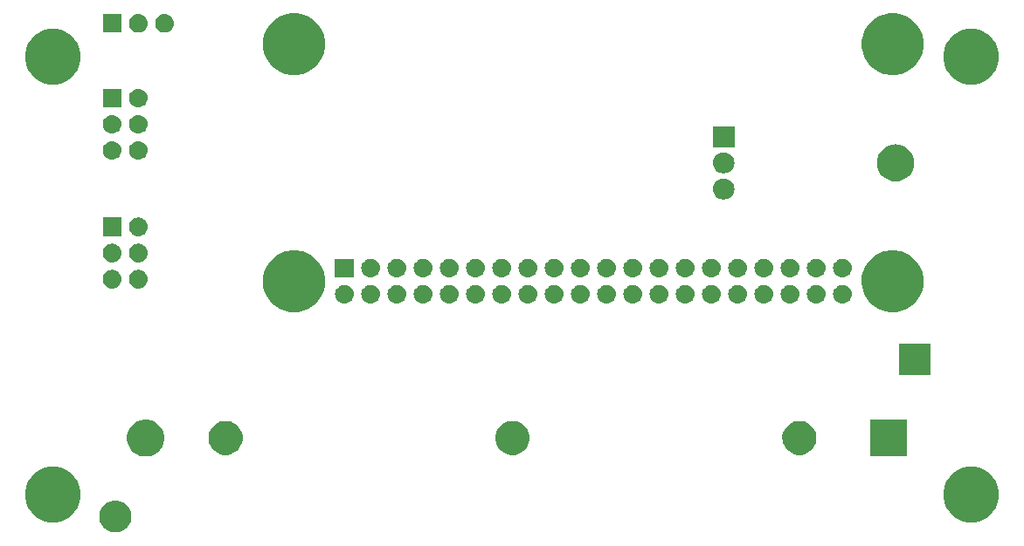
<source format=gbs>
G04 #@! TF.GenerationSoftware,KiCad,Pcbnew,(5.1.2)-1*
G04 #@! TF.CreationDate,2019-06-30T13:56:13+03:00*
G04 #@! TF.ProjectId,rpizero-lowpower,7270697a-6572-46f2-9d6c-6f77706f7765,0.1.0*
G04 #@! TF.SameCoordinates,Original*
G04 #@! TF.FileFunction,Soldermask,Bot*
G04 #@! TF.FilePolarity,Negative*
%FSLAX46Y46*%
G04 Gerber Fmt 4.6, Leading zero omitted, Abs format (unit mm)*
G04 Created by KiCad (PCBNEW (5.1.2)-1) date 2019-06-30 13:56:13*
%MOMM*%
%LPD*%
G04 APERTURE LIST*
%ADD10C,0.100000*%
G04 APERTURE END LIST*
D10*
G36*
X77550585Y-112828802D02*
G01*
X77700410Y-112858604D01*
X77982674Y-112975521D01*
X78236705Y-113145259D01*
X78452741Y-113361295D01*
X78622479Y-113615326D01*
X78739396Y-113897590D01*
X78799000Y-114197240D01*
X78799000Y-114502760D01*
X78739396Y-114802410D01*
X78622479Y-115084674D01*
X78452741Y-115338705D01*
X78236705Y-115554741D01*
X77982674Y-115724479D01*
X77700410Y-115841396D01*
X77550585Y-115871198D01*
X77400761Y-115901000D01*
X77095239Y-115901000D01*
X76945415Y-115871198D01*
X76795590Y-115841396D01*
X76513326Y-115724479D01*
X76259295Y-115554741D01*
X76043259Y-115338705D01*
X75873521Y-115084674D01*
X75756604Y-114802410D01*
X75697000Y-114502760D01*
X75697000Y-114197240D01*
X75756604Y-113897590D01*
X75873521Y-113615326D01*
X76043259Y-113361295D01*
X76259295Y-113145259D01*
X76513326Y-112975521D01*
X76795590Y-112858604D01*
X76945415Y-112828802D01*
X77095239Y-112799000D01*
X77400761Y-112799000D01*
X77550585Y-112828802D01*
X77550585Y-112828802D01*
G37*
G36*
X160965852Y-109632797D02*
G01*
X161457402Y-109836404D01*
X161457403Y-109836405D01*
X161899787Y-110131996D01*
X162276004Y-110508213D01*
X162473512Y-110803805D01*
X162571596Y-110950598D01*
X162775203Y-111442148D01*
X162879000Y-111963973D01*
X162879000Y-112496027D01*
X162775203Y-113017852D01*
X162571596Y-113509402D01*
X162571595Y-113509403D01*
X162276004Y-113951787D01*
X161899787Y-114328004D01*
X161638246Y-114502760D01*
X161457402Y-114623596D01*
X160965852Y-114827203D01*
X160444027Y-114931000D01*
X159911973Y-114931000D01*
X159390148Y-114827203D01*
X158898598Y-114623596D01*
X158717754Y-114502760D01*
X158456213Y-114328004D01*
X158079996Y-113951787D01*
X157784405Y-113509403D01*
X157784404Y-113509402D01*
X157580797Y-113017852D01*
X157477000Y-112496027D01*
X157477000Y-111963973D01*
X157580797Y-111442148D01*
X157784404Y-110950598D01*
X157882488Y-110803805D01*
X158079996Y-110508213D01*
X158456213Y-110131996D01*
X158898597Y-109836405D01*
X158898598Y-109836404D01*
X159390148Y-109632797D01*
X159911973Y-109529000D01*
X160444027Y-109529000D01*
X160965852Y-109632797D01*
X160965852Y-109632797D01*
G37*
G36*
X71965852Y-109632797D02*
G01*
X72457402Y-109836404D01*
X72457403Y-109836405D01*
X72899787Y-110131996D01*
X73276004Y-110508213D01*
X73473512Y-110803805D01*
X73571596Y-110950598D01*
X73775203Y-111442148D01*
X73879000Y-111963973D01*
X73879000Y-112496027D01*
X73775203Y-113017852D01*
X73571596Y-113509402D01*
X73571595Y-113509403D01*
X73276004Y-113951787D01*
X72899787Y-114328004D01*
X72638246Y-114502760D01*
X72457402Y-114623596D01*
X71965852Y-114827203D01*
X71444027Y-114931000D01*
X70911973Y-114931000D01*
X70390148Y-114827203D01*
X69898598Y-114623596D01*
X69717754Y-114502760D01*
X69456213Y-114328004D01*
X69079996Y-113951787D01*
X68784405Y-113509403D01*
X68784404Y-113509402D01*
X68580797Y-113017852D01*
X68477000Y-112496027D01*
X68477000Y-111963973D01*
X68580797Y-111442148D01*
X68784404Y-110950598D01*
X68882488Y-110803805D01*
X69079996Y-110508213D01*
X69456213Y-110131996D01*
X69898597Y-109836405D01*
X69898598Y-109836404D01*
X70390148Y-109632797D01*
X70911973Y-109529000D01*
X71444027Y-109529000D01*
X71965852Y-109632797D01*
X71965852Y-109632797D01*
G37*
G36*
X153979000Y-108531000D02*
G01*
X150377000Y-108531000D01*
X150377000Y-104929000D01*
X153979000Y-104929000D01*
X153979000Y-108531000D01*
X153979000Y-108531000D01*
G37*
G36*
X80703331Y-104998211D02*
G01*
X81031092Y-105133974D01*
X81326070Y-105331072D01*
X81576928Y-105581930D01*
X81774026Y-105876908D01*
X81909789Y-106204669D01*
X81979000Y-106552616D01*
X81979000Y-106907384D01*
X81909789Y-107255331D01*
X81774026Y-107583092D01*
X81576928Y-107878070D01*
X81326070Y-108128928D01*
X81031092Y-108326026D01*
X80703331Y-108461789D01*
X80355384Y-108531000D01*
X80000616Y-108531000D01*
X79652669Y-108461789D01*
X79324908Y-108326026D01*
X79029930Y-108128928D01*
X78779072Y-107878070D01*
X78581974Y-107583092D01*
X78446211Y-107255331D01*
X78377000Y-106907384D01*
X78377000Y-106552616D01*
X78446211Y-106204669D01*
X78581974Y-105876908D01*
X78779072Y-105581930D01*
X79029930Y-105331072D01*
X79324908Y-105133974D01*
X79652669Y-104998211D01*
X80000616Y-104929000D01*
X80355384Y-104929000D01*
X80703331Y-104998211D01*
X80703331Y-104998211D01*
G37*
G36*
X116103256Y-105121298D02*
G01*
X116209579Y-105142447D01*
X116510042Y-105266903D01*
X116780451Y-105447585D01*
X117010415Y-105677549D01*
X117191097Y-105947958D01*
X117191098Y-105947960D01*
X117315553Y-106248422D01*
X117379000Y-106567389D01*
X117379000Y-106892611D01*
X117376061Y-106907384D01*
X117315553Y-107211579D01*
X117191097Y-107512042D01*
X117010415Y-107782451D01*
X116780451Y-108012415D01*
X116510042Y-108193097D01*
X116209579Y-108317553D01*
X116166987Y-108326025D01*
X115890611Y-108381000D01*
X115565389Y-108381000D01*
X115289013Y-108326025D01*
X115246421Y-108317553D01*
X114945958Y-108193097D01*
X114675549Y-108012415D01*
X114445585Y-107782451D01*
X114264903Y-107512042D01*
X114140447Y-107211579D01*
X114079939Y-106907384D01*
X114077000Y-106892611D01*
X114077000Y-106567389D01*
X114140447Y-106248422D01*
X114264902Y-105947960D01*
X114264903Y-105947958D01*
X114445585Y-105677549D01*
X114675549Y-105447585D01*
X114945958Y-105266903D01*
X115246421Y-105142447D01*
X115352744Y-105121298D01*
X115565389Y-105079000D01*
X115890611Y-105079000D01*
X116103256Y-105121298D01*
X116103256Y-105121298D01*
G37*
G36*
X143908256Y-105121298D02*
G01*
X144014579Y-105142447D01*
X144315042Y-105266903D01*
X144585451Y-105447585D01*
X144815415Y-105677549D01*
X144996097Y-105947958D01*
X144996098Y-105947960D01*
X145120553Y-106248422D01*
X145184000Y-106567389D01*
X145184000Y-106892611D01*
X145181061Y-106907384D01*
X145120553Y-107211579D01*
X144996097Y-107512042D01*
X144815415Y-107782451D01*
X144585451Y-108012415D01*
X144315042Y-108193097D01*
X144014579Y-108317553D01*
X143971987Y-108326025D01*
X143695611Y-108381000D01*
X143370389Y-108381000D01*
X143094013Y-108326025D01*
X143051421Y-108317553D01*
X142750958Y-108193097D01*
X142480549Y-108012415D01*
X142250585Y-107782451D01*
X142069903Y-107512042D01*
X141945447Y-107211579D01*
X141884939Y-106907384D01*
X141882000Y-106892611D01*
X141882000Y-106567389D01*
X141945447Y-106248422D01*
X142069902Y-105947960D01*
X142069903Y-105947958D01*
X142250585Y-105677549D01*
X142480549Y-105447585D01*
X142750958Y-105266903D01*
X143051421Y-105142447D01*
X143157744Y-105121298D01*
X143370389Y-105079000D01*
X143695611Y-105079000D01*
X143908256Y-105121298D01*
X143908256Y-105121298D01*
G37*
G36*
X88298256Y-105121298D02*
G01*
X88404579Y-105142447D01*
X88705042Y-105266903D01*
X88975451Y-105447585D01*
X89205415Y-105677549D01*
X89386097Y-105947958D01*
X89386098Y-105947960D01*
X89510553Y-106248422D01*
X89574000Y-106567389D01*
X89574000Y-106892611D01*
X89571061Y-106907384D01*
X89510553Y-107211579D01*
X89386097Y-107512042D01*
X89205415Y-107782451D01*
X88975451Y-108012415D01*
X88705042Y-108193097D01*
X88404579Y-108317553D01*
X88361987Y-108326025D01*
X88085611Y-108381000D01*
X87760389Y-108381000D01*
X87484013Y-108326025D01*
X87441421Y-108317553D01*
X87140958Y-108193097D01*
X86870549Y-108012415D01*
X86640585Y-107782451D01*
X86459903Y-107512042D01*
X86335447Y-107211579D01*
X86274939Y-106907384D01*
X86272000Y-106892611D01*
X86272000Y-106567389D01*
X86335447Y-106248422D01*
X86459902Y-105947960D01*
X86459903Y-105947958D01*
X86640585Y-105677549D01*
X86870549Y-105447585D01*
X87140958Y-105266903D01*
X87441421Y-105142447D01*
X87547744Y-105121298D01*
X87760389Y-105079000D01*
X88085611Y-105079000D01*
X88298256Y-105121298D01*
X88298256Y-105121298D01*
G37*
G36*
X156269000Y-100661000D02*
G01*
X153167000Y-100661000D01*
X153167000Y-97559000D01*
X156269000Y-97559000D01*
X156269000Y-100661000D01*
X156269000Y-100661000D01*
G37*
G36*
X95239870Y-88576859D02*
G01*
X95433068Y-88615288D01*
X95979033Y-88841434D01*
X96136462Y-88946625D01*
X96470388Y-89169747D01*
X96888253Y-89587612D01*
X96900835Y-89606443D01*
X97216566Y-90078967D01*
X97442712Y-90624932D01*
X97451640Y-90669815D01*
X97558000Y-91204524D01*
X97558000Y-91795476D01*
X97527226Y-91950185D01*
X97442712Y-92375068D01*
X97216566Y-92921033D01*
X96888252Y-93412389D01*
X96470389Y-93830252D01*
X95979033Y-94158566D01*
X95433068Y-94384712D01*
X95239870Y-94423141D01*
X94853476Y-94500000D01*
X94262524Y-94500000D01*
X93876130Y-94423141D01*
X93682932Y-94384712D01*
X93136967Y-94158566D01*
X92645611Y-93830252D01*
X92227748Y-93412389D01*
X91899434Y-92921033D01*
X91673288Y-92375068D01*
X91588774Y-91950185D01*
X91558000Y-91795476D01*
X91558000Y-91204524D01*
X91664360Y-90669815D01*
X91673288Y-90624932D01*
X91899434Y-90078967D01*
X92215165Y-89606443D01*
X92227747Y-89587612D01*
X92645612Y-89169747D01*
X92979538Y-88946625D01*
X93136967Y-88841434D01*
X93682932Y-88615288D01*
X93876130Y-88576859D01*
X94262524Y-88500000D01*
X94853476Y-88500000D01*
X95239870Y-88576859D01*
X95239870Y-88576859D01*
G37*
G36*
X153239870Y-88576859D02*
G01*
X153433068Y-88615288D01*
X153979033Y-88841434D01*
X154136462Y-88946625D01*
X154470388Y-89169747D01*
X154888253Y-89587612D01*
X154900835Y-89606443D01*
X155216566Y-90078967D01*
X155442712Y-90624932D01*
X155451640Y-90669815D01*
X155558000Y-91204524D01*
X155558000Y-91795476D01*
X155527226Y-91950185D01*
X155442712Y-92375068D01*
X155216566Y-92921033D01*
X154888252Y-93412389D01*
X154470389Y-93830252D01*
X153979033Y-94158566D01*
X153433068Y-94384712D01*
X153239870Y-94423141D01*
X152853476Y-94500000D01*
X152262524Y-94500000D01*
X151876130Y-94423141D01*
X151682932Y-94384712D01*
X151136967Y-94158566D01*
X150645611Y-93830252D01*
X150227748Y-93412389D01*
X149899434Y-92921033D01*
X149673288Y-92375068D01*
X149588774Y-91950185D01*
X149558000Y-91795476D01*
X149558000Y-91204524D01*
X149664360Y-90669815D01*
X149673288Y-90624932D01*
X149899434Y-90078967D01*
X150215165Y-89606443D01*
X150227747Y-89587612D01*
X150645612Y-89169747D01*
X150979538Y-88946625D01*
X151136967Y-88841434D01*
X151682932Y-88615288D01*
X151876130Y-88576859D01*
X152262524Y-88500000D01*
X152853476Y-88500000D01*
X153239870Y-88576859D01*
X153239870Y-88576859D01*
G37*
G36*
X145258442Y-91875518D02*
G01*
X145324627Y-91882037D01*
X145494466Y-91933557D01*
X145494468Y-91933558D01*
X145572728Y-91975389D01*
X145650991Y-92017222D01*
X145686729Y-92046552D01*
X145788186Y-92129814D01*
X145871448Y-92231271D01*
X145900778Y-92267009D01*
X145984443Y-92423534D01*
X146035963Y-92593373D01*
X146053359Y-92770000D01*
X146035963Y-92946627D01*
X145984443Y-93116466D01*
X145900778Y-93272991D01*
X145871448Y-93308729D01*
X145788186Y-93410186D01*
X145686729Y-93493448D01*
X145650991Y-93522778D01*
X145494466Y-93606443D01*
X145324627Y-93657963D01*
X145258442Y-93664482D01*
X145192260Y-93671000D01*
X145103740Y-93671000D01*
X145037558Y-93664482D01*
X144971373Y-93657963D01*
X144801534Y-93606443D01*
X144645009Y-93522778D01*
X144609271Y-93493448D01*
X144507814Y-93410186D01*
X144424552Y-93308729D01*
X144395222Y-93272991D01*
X144311557Y-93116466D01*
X144260037Y-92946627D01*
X144242641Y-92770000D01*
X144260037Y-92593373D01*
X144311557Y-92423534D01*
X144395222Y-92267009D01*
X144424552Y-92231271D01*
X144507814Y-92129814D01*
X144609271Y-92046552D01*
X144645009Y-92017222D01*
X144723271Y-91975390D01*
X144801532Y-91933558D01*
X144801534Y-91933557D01*
X144971373Y-91882037D01*
X145037558Y-91875518D01*
X145103740Y-91869000D01*
X145192260Y-91869000D01*
X145258442Y-91875518D01*
X145258442Y-91875518D01*
G37*
G36*
X147798442Y-91875518D02*
G01*
X147864627Y-91882037D01*
X148034466Y-91933557D01*
X148034468Y-91933558D01*
X148112728Y-91975389D01*
X148190991Y-92017222D01*
X148226729Y-92046552D01*
X148328186Y-92129814D01*
X148411448Y-92231271D01*
X148440778Y-92267009D01*
X148524443Y-92423534D01*
X148575963Y-92593373D01*
X148593359Y-92770000D01*
X148575963Y-92946627D01*
X148524443Y-93116466D01*
X148440778Y-93272991D01*
X148411448Y-93308729D01*
X148328186Y-93410186D01*
X148226729Y-93493448D01*
X148190991Y-93522778D01*
X148034466Y-93606443D01*
X147864627Y-93657963D01*
X147798442Y-93664482D01*
X147732260Y-93671000D01*
X147643740Y-93671000D01*
X147577558Y-93664482D01*
X147511373Y-93657963D01*
X147341534Y-93606443D01*
X147185009Y-93522778D01*
X147149271Y-93493448D01*
X147047814Y-93410186D01*
X146964552Y-93308729D01*
X146935222Y-93272991D01*
X146851557Y-93116466D01*
X146800037Y-92946627D01*
X146782641Y-92770000D01*
X146800037Y-92593373D01*
X146851557Y-92423534D01*
X146935222Y-92267009D01*
X146964552Y-92231271D01*
X147047814Y-92129814D01*
X147149271Y-92046552D01*
X147185009Y-92017222D01*
X147263271Y-91975390D01*
X147341532Y-91933558D01*
X147341534Y-91933557D01*
X147511373Y-91882037D01*
X147577558Y-91875518D01*
X147643740Y-91869000D01*
X147732260Y-91869000D01*
X147798442Y-91875518D01*
X147798442Y-91875518D01*
G37*
G36*
X130018442Y-91875518D02*
G01*
X130084627Y-91882037D01*
X130254466Y-91933557D01*
X130254468Y-91933558D01*
X130332728Y-91975389D01*
X130410991Y-92017222D01*
X130446729Y-92046552D01*
X130548186Y-92129814D01*
X130631448Y-92231271D01*
X130660778Y-92267009D01*
X130744443Y-92423534D01*
X130795963Y-92593373D01*
X130813359Y-92770000D01*
X130795963Y-92946627D01*
X130744443Y-93116466D01*
X130660778Y-93272991D01*
X130631448Y-93308729D01*
X130548186Y-93410186D01*
X130446729Y-93493448D01*
X130410991Y-93522778D01*
X130254466Y-93606443D01*
X130084627Y-93657963D01*
X130018442Y-93664482D01*
X129952260Y-93671000D01*
X129863740Y-93671000D01*
X129797558Y-93664482D01*
X129731373Y-93657963D01*
X129561534Y-93606443D01*
X129405009Y-93522778D01*
X129369271Y-93493448D01*
X129267814Y-93410186D01*
X129184552Y-93308729D01*
X129155222Y-93272991D01*
X129071557Y-93116466D01*
X129020037Y-92946627D01*
X129002641Y-92770000D01*
X129020037Y-92593373D01*
X129071557Y-92423534D01*
X129155222Y-92267009D01*
X129184552Y-92231271D01*
X129267814Y-92129814D01*
X129369271Y-92046552D01*
X129405009Y-92017222D01*
X129483271Y-91975390D01*
X129561532Y-91933558D01*
X129561534Y-91933557D01*
X129731373Y-91882037D01*
X129797558Y-91875518D01*
X129863740Y-91869000D01*
X129952260Y-91869000D01*
X130018442Y-91875518D01*
X130018442Y-91875518D01*
G37*
G36*
X124938442Y-91875518D02*
G01*
X125004627Y-91882037D01*
X125174466Y-91933557D01*
X125174468Y-91933558D01*
X125252728Y-91975389D01*
X125330991Y-92017222D01*
X125366729Y-92046552D01*
X125468186Y-92129814D01*
X125551448Y-92231271D01*
X125580778Y-92267009D01*
X125664443Y-92423534D01*
X125715963Y-92593373D01*
X125733359Y-92770000D01*
X125715963Y-92946627D01*
X125664443Y-93116466D01*
X125580778Y-93272991D01*
X125551448Y-93308729D01*
X125468186Y-93410186D01*
X125366729Y-93493448D01*
X125330991Y-93522778D01*
X125174466Y-93606443D01*
X125004627Y-93657963D01*
X124938442Y-93664482D01*
X124872260Y-93671000D01*
X124783740Y-93671000D01*
X124717558Y-93664482D01*
X124651373Y-93657963D01*
X124481534Y-93606443D01*
X124325009Y-93522778D01*
X124289271Y-93493448D01*
X124187814Y-93410186D01*
X124104552Y-93308729D01*
X124075222Y-93272991D01*
X123991557Y-93116466D01*
X123940037Y-92946627D01*
X123922641Y-92770000D01*
X123940037Y-92593373D01*
X123991557Y-92423534D01*
X124075222Y-92267009D01*
X124104552Y-92231271D01*
X124187814Y-92129814D01*
X124289271Y-92046552D01*
X124325009Y-92017222D01*
X124403271Y-91975390D01*
X124481532Y-91933558D01*
X124481534Y-91933557D01*
X124651373Y-91882037D01*
X124717558Y-91875518D01*
X124783740Y-91869000D01*
X124872260Y-91869000D01*
X124938442Y-91875518D01*
X124938442Y-91875518D01*
G37*
G36*
X135098442Y-91875518D02*
G01*
X135164627Y-91882037D01*
X135334466Y-91933557D01*
X135334468Y-91933558D01*
X135412728Y-91975389D01*
X135490991Y-92017222D01*
X135526729Y-92046552D01*
X135628186Y-92129814D01*
X135711448Y-92231271D01*
X135740778Y-92267009D01*
X135824443Y-92423534D01*
X135875963Y-92593373D01*
X135893359Y-92770000D01*
X135875963Y-92946627D01*
X135824443Y-93116466D01*
X135740778Y-93272991D01*
X135711448Y-93308729D01*
X135628186Y-93410186D01*
X135526729Y-93493448D01*
X135490991Y-93522778D01*
X135334466Y-93606443D01*
X135164627Y-93657963D01*
X135098442Y-93664482D01*
X135032260Y-93671000D01*
X134943740Y-93671000D01*
X134877558Y-93664482D01*
X134811373Y-93657963D01*
X134641534Y-93606443D01*
X134485009Y-93522778D01*
X134449271Y-93493448D01*
X134347814Y-93410186D01*
X134264552Y-93308729D01*
X134235222Y-93272991D01*
X134151557Y-93116466D01*
X134100037Y-92946627D01*
X134082641Y-92770000D01*
X134100037Y-92593373D01*
X134151557Y-92423534D01*
X134235222Y-92267009D01*
X134264552Y-92231271D01*
X134347814Y-92129814D01*
X134449271Y-92046552D01*
X134485009Y-92017222D01*
X134563271Y-91975390D01*
X134641532Y-91933558D01*
X134641534Y-91933557D01*
X134811373Y-91882037D01*
X134877558Y-91875518D01*
X134943740Y-91869000D01*
X135032260Y-91869000D01*
X135098442Y-91875518D01*
X135098442Y-91875518D01*
G37*
G36*
X107158442Y-91875518D02*
G01*
X107224627Y-91882037D01*
X107394466Y-91933557D01*
X107394468Y-91933558D01*
X107472728Y-91975389D01*
X107550991Y-92017222D01*
X107586729Y-92046552D01*
X107688186Y-92129814D01*
X107771448Y-92231271D01*
X107800778Y-92267009D01*
X107884443Y-92423534D01*
X107935963Y-92593373D01*
X107953359Y-92770000D01*
X107935963Y-92946627D01*
X107884443Y-93116466D01*
X107800778Y-93272991D01*
X107771448Y-93308729D01*
X107688186Y-93410186D01*
X107586729Y-93493448D01*
X107550991Y-93522778D01*
X107394466Y-93606443D01*
X107224627Y-93657963D01*
X107158442Y-93664482D01*
X107092260Y-93671000D01*
X107003740Y-93671000D01*
X106937558Y-93664482D01*
X106871373Y-93657963D01*
X106701534Y-93606443D01*
X106545009Y-93522778D01*
X106509271Y-93493448D01*
X106407814Y-93410186D01*
X106324552Y-93308729D01*
X106295222Y-93272991D01*
X106211557Y-93116466D01*
X106160037Y-92946627D01*
X106142641Y-92770000D01*
X106160037Y-92593373D01*
X106211557Y-92423534D01*
X106295222Y-92267009D01*
X106324552Y-92231271D01*
X106407814Y-92129814D01*
X106509271Y-92046552D01*
X106545009Y-92017222D01*
X106623271Y-91975390D01*
X106701532Y-91933558D01*
X106701534Y-91933557D01*
X106871373Y-91882037D01*
X106937558Y-91875518D01*
X107003740Y-91869000D01*
X107092260Y-91869000D01*
X107158442Y-91875518D01*
X107158442Y-91875518D01*
G37*
G36*
X137638442Y-91875518D02*
G01*
X137704627Y-91882037D01*
X137874466Y-91933557D01*
X137874468Y-91933558D01*
X137952728Y-91975389D01*
X138030991Y-92017222D01*
X138066729Y-92046552D01*
X138168186Y-92129814D01*
X138251448Y-92231271D01*
X138280778Y-92267009D01*
X138364443Y-92423534D01*
X138415963Y-92593373D01*
X138433359Y-92770000D01*
X138415963Y-92946627D01*
X138364443Y-93116466D01*
X138280778Y-93272991D01*
X138251448Y-93308729D01*
X138168186Y-93410186D01*
X138066729Y-93493448D01*
X138030991Y-93522778D01*
X137874466Y-93606443D01*
X137704627Y-93657963D01*
X137638442Y-93664482D01*
X137572260Y-93671000D01*
X137483740Y-93671000D01*
X137417558Y-93664482D01*
X137351373Y-93657963D01*
X137181534Y-93606443D01*
X137025009Y-93522778D01*
X136989271Y-93493448D01*
X136887814Y-93410186D01*
X136804552Y-93308729D01*
X136775222Y-93272991D01*
X136691557Y-93116466D01*
X136640037Y-92946627D01*
X136622641Y-92770000D01*
X136640037Y-92593373D01*
X136691557Y-92423534D01*
X136775222Y-92267009D01*
X136804552Y-92231271D01*
X136887814Y-92129814D01*
X136989271Y-92046552D01*
X137025009Y-92017222D01*
X137103271Y-91975390D01*
X137181532Y-91933558D01*
X137181534Y-91933557D01*
X137351373Y-91882037D01*
X137417558Y-91875518D01*
X137483740Y-91869000D01*
X137572260Y-91869000D01*
X137638442Y-91875518D01*
X137638442Y-91875518D01*
G37*
G36*
X119858442Y-91875518D02*
G01*
X119924627Y-91882037D01*
X120094466Y-91933557D01*
X120094468Y-91933558D01*
X120172728Y-91975389D01*
X120250991Y-92017222D01*
X120286729Y-92046552D01*
X120388186Y-92129814D01*
X120471448Y-92231271D01*
X120500778Y-92267009D01*
X120584443Y-92423534D01*
X120635963Y-92593373D01*
X120653359Y-92770000D01*
X120635963Y-92946627D01*
X120584443Y-93116466D01*
X120500778Y-93272991D01*
X120471448Y-93308729D01*
X120388186Y-93410186D01*
X120286729Y-93493448D01*
X120250991Y-93522778D01*
X120094466Y-93606443D01*
X119924627Y-93657963D01*
X119858442Y-93664482D01*
X119792260Y-93671000D01*
X119703740Y-93671000D01*
X119637558Y-93664482D01*
X119571373Y-93657963D01*
X119401534Y-93606443D01*
X119245009Y-93522778D01*
X119209271Y-93493448D01*
X119107814Y-93410186D01*
X119024552Y-93308729D01*
X118995222Y-93272991D01*
X118911557Y-93116466D01*
X118860037Y-92946627D01*
X118842641Y-92770000D01*
X118860037Y-92593373D01*
X118911557Y-92423534D01*
X118995222Y-92267009D01*
X119024552Y-92231271D01*
X119107814Y-92129814D01*
X119209271Y-92046552D01*
X119245009Y-92017222D01*
X119323271Y-91975390D01*
X119401532Y-91933558D01*
X119401534Y-91933557D01*
X119571373Y-91882037D01*
X119637558Y-91875518D01*
X119703740Y-91869000D01*
X119792260Y-91869000D01*
X119858442Y-91875518D01*
X119858442Y-91875518D01*
G37*
G36*
X122398442Y-91875518D02*
G01*
X122464627Y-91882037D01*
X122634466Y-91933557D01*
X122634468Y-91933558D01*
X122712728Y-91975389D01*
X122790991Y-92017222D01*
X122826729Y-92046552D01*
X122928186Y-92129814D01*
X123011448Y-92231271D01*
X123040778Y-92267009D01*
X123124443Y-92423534D01*
X123175963Y-92593373D01*
X123193359Y-92770000D01*
X123175963Y-92946627D01*
X123124443Y-93116466D01*
X123040778Y-93272991D01*
X123011448Y-93308729D01*
X122928186Y-93410186D01*
X122826729Y-93493448D01*
X122790991Y-93522778D01*
X122634466Y-93606443D01*
X122464627Y-93657963D01*
X122398442Y-93664482D01*
X122332260Y-93671000D01*
X122243740Y-93671000D01*
X122177558Y-93664482D01*
X122111373Y-93657963D01*
X121941534Y-93606443D01*
X121785009Y-93522778D01*
X121749271Y-93493448D01*
X121647814Y-93410186D01*
X121564552Y-93308729D01*
X121535222Y-93272991D01*
X121451557Y-93116466D01*
X121400037Y-92946627D01*
X121382641Y-92770000D01*
X121400037Y-92593373D01*
X121451557Y-92423534D01*
X121535222Y-92267009D01*
X121564552Y-92231271D01*
X121647814Y-92129814D01*
X121749271Y-92046552D01*
X121785009Y-92017222D01*
X121863271Y-91975390D01*
X121941532Y-91933558D01*
X121941534Y-91933557D01*
X122111373Y-91882037D01*
X122177558Y-91875518D01*
X122243740Y-91869000D01*
X122332260Y-91869000D01*
X122398442Y-91875518D01*
X122398442Y-91875518D01*
G37*
G36*
X117318442Y-91875518D02*
G01*
X117384627Y-91882037D01*
X117554466Y-91933557D01*
X117554468Y-91933558D01*
X117632728Y-91975389D01*
X117710991Y-92017222D01*
X117746729Y-92046552D01*
X117848186Y-92129814D01*
X117931448Y-92231271D01*
X117960778Y-92267009D01*
X118044443Y-92423534D01*
X118095963Y-92593373D01*
X118113359Y-92770000D01*
X118095963Y-92946627D01*
X118044443Y-93116466D01*
X117960778Y-93272991D01*
X117931448Y-93308729D01*
X117848186Y-93410186D01*
X117746729Y-93493448D01*
X117710991Y-93522778D01*
X117554466Y-93606443D01*
X117384627Y-93657963D01*
X117318442Y-93664482D01*
X117252260Y-93671000D01*
X117163740Y-93671000D01*
X117097558Y-93664482D01*
X117031373Y-93657963D01*
X116861534Y-93606443D01*
X116705009Y-93522778D01*
X116669271Y-93493448D01*
X116567814Y-93410186D01*
X116484552Y-93308729D01*
X116455222Y-93272991D01*
X116371557Y-93116466D01*
X116320037Y-92946627D01*
X116302641Y-92770000D01*
X116320037Y-92593373D01*
X116371557Y-92423534D01*
X116455222Y-92267009D01*
X116484552Y-92231271D01*
X116567814Y-92129814D01*
X116669271Y-92046552D01*
X116705009Y-92017222D01*
X116783271Y-91975390D01*
X116861532Y-91933558D01*
X116861534Y-91933557D01*
X117031373Y-91882037D01*
X117097558Y-91875518D01*
X117163740Y-91869000D01*
X117252260Y-91869000D01*
X117318442Y-91875518D01*
X117318442Y-91875518D01*
G37*
G36*
X104618442Y-91875518D02*
G01*
X104684627Y-91882037D01*
X104854466Y-91933557D01*
X104854468Y-91933558D01*
X104932728Y-91975389D01*
X105010991Y-92017222D01*
X105046729Y-92046552D01*
X105148186Y-92129814D01*
X105231448Y-92231271D01*
X105260778Y-92267009D01*
X105344443Y-92423534D01*
X105395963Y-92593373D01*
X105413359Y-92770000D01*
X105395963Y-92946627D01*
X105344443Y-93116466D01*
X105260778Y-93272991D01*
X105231448Y-93308729D01*
X105148186Y-93410186D01*
X105046729Y-93493448D01*
X105010991Y-93522778D01*
X104854466Y-93606443D01*
X104684627Y-93657963D01*
X104618442Y-93664482D01*
X104552260Y-93671000D01*
X104463740Y-93671000D01*
X104397558Y-93664482D01*
X104331373Y-93657963D01*
X104161534Y-93606443D01*
X104005009Y-93522778D01*
X103969271Y-93493448D01*
X103867814Y-93410186D01*
X103784552Y-93308729D01*
X103755222Y-93272991D01*
X103671557Y-93116466D01*
X103620037Y-92946627D01*
X103602641Y-92770000D01*
X103620037Y-92593373D01*
X103671557Y-92423534D01*
X103755222Y-92267009D01*
X103784552Y-92231271D01*
X103867814Y-92129814D01*
X103969271Y-92046552D01*
X104005009Y-92017222D01*
X104083271Y-91975390D01*
X104161532Y-91933558D01*
X104161534Y-91933557D01*
X104331373Y-91882037D01*
X104397558Y-91875518D01*
X104463740Y-91869000D01*
X104552260Y-91869000D01*
X104618442Y-91875518D01*
X104618442Y-91875518D01*
G37*
G36*
X140178442Y-91875518D02*
G01*
X140244627Y-91882037D01*
X140414466Y-91933557D01*
X140414468Y-91933558D01*
X140492728Y-91975389D01*
X140570991Y-92017222D01*
X140606729Y-92046552D01*
X140708186Y-92129814D01*
X140791448Y-92231271D01*
X140820778Y-92267009D01*
X140904443Y-92423534D01*
X140955963Y-92593373D01*
X140973359Y-92770000D01*
X140955963Y-92946627D01*
X140904443Y-93116466D01*
X140820778Y-93272991D01*
X140791448Y-93308729D01*
X140708186Y-93410186D01*
X140606729Y-93493448D01*
X140570991Y-93522778D01*
X140414466Y-93606443D01*
X140244627Y-93657963D01*
X140178442Y-93664482D01*
X140112260Y-93671000D01*
X140023740Y-93671000D01*
X139957558Y-93664482D01*
X139891373Y-93657963D01*
X139721534Y-93606443D01*
X139565009Y-93522778D01*
X139529271Y-93493448D01*
X139427814Y-93410186D01*
X139344552Y-93308729D01*
X139315222Y-93272991D01*
X139231557Y-93116466D01*
X139180037Y-92946627D01*
X139162641Y-92770000D01*
X139180037Y-92593373D01*
X139231557Y-92423534D01*
X139315222Y-92267009D01*
X139344552Y-92231271D01*
X139427814Y-92129814D01*
X139529271Y-92046552D01*
X139565009Y-92017222D01*
X139643271Y-91975390D01*
X139721532Y-91933558D01*
X139721534Y-91933557D01*
X139891373Y-91882037D01*
X139957558Y-91875518D01*
X140023740Y-91869000D01*
X140112260Y-91869000D01*
X140178442Y-91875518D01*
X140178442Y-91875518D01*
G37*
G36*
X102078442Y-91875518D02*
G01*
X102144627Y-91882037D01*
X102314466Y-91933557D01*
X102314468Y-91933558D01*
X102392728Y-91975389D01*
X102470991Y-92017222D01*
X102506729Y-92046552D01*
X102608186Y-92129814D01*
X102691448Y-92231271D01*
X102720778Y-92267009D01*
X102804443Y-92423534D01*
X102855963Y-92593373D01*
X102873359Y-92770000D01*
X102855963Y-92946627D01*
X102804443Y-93116466D01*
X102720778Y-93272991D01*
X102691448Y-93308729D01*
X102608186Y-93410186D01*
X102506729Y-93493448D01*
X102470991Y-93522778D01*
X102314466Y-93606443D01*
X102144627Y-93657963D01*
X102078442Y-93664482D01*
X102012260Y-93671000D01*
X101923740Y-93671000D01*
X101857558Y-93664482D01*
X101791373Y-93657963D01*
X101621534Y-93606443D01*
X101465009Y-93522778D01*
X101429271Y-93493448D01*
X101327814Y-93410186D01*
X101244552Y-93308729D01*
X101215222Y-93272991D01*
X101131557Y-93116466D01*
X101080037Y-92946627D01*
X101062641Y-92770000D01*
X101080037Y-92593373D01*
X101131557Y-92423534D01*
X101215222Y-92267009D01*
X101244552Y-92231271D01*
X101327814Y-92129814D01*
X101429271Y-92046552D01*
X101465009Y-92017222D01*
X101543271Y-91975390D01*
X101621532Y-91933558D01*
X101621534Y-91933557D01*
X101791373Y-91882037D01*
X101857558Y-91875518D01*
X101923740Y-91869000D01*
X102012260Y-91869000D01*
X102078442Y-91875518D01*
X102078442Y-91875518D01*
G37*
G36*
X99538442Y-91875518D02*
G01*
X99604627Y-91882037D01*
X99774466Y-91933557D01*
X99774468Y-91933558D01*
X99852728Y-91975389D01*
X99930991Y-92017222D01*
X99966729Y-92046552D01*
X100068186Y-92129814D01*
X100151448Y-92231271D01*
X100180778Y-92267009D01*
X100264443Y-92423534D01*
X100315963Y-92593373D01*
X100333359Y-92770000D01*
X100315963Y-92946627D01*
X100264443Y-93116466D01*
X100180778Y-93272991D01*
X100151448Y-93308729D01*
X100068186Y-93410186D01*
X99966729Y-93493448D01*
X99930991Y-93522778D01*
X99774466Y-93606443D01*
X99604627Y-93657963D01*
X99538442Y-93664482D01*
X99472260Y-93671000D01*
X99383740Y-93671000D01*
X99317558Y-93664482D01*
X99251373Y-93657963D01*
X99081534Y-93606443D01*
X98925009Y-93522778D01*
X98889271Y-93493448D01*
X98787814Y-93410186D01*
X98704552Y-93308729D01*
X98675222Y-93272991D01*
X98591557Y-93116466D01*
X98540037Y-92946627D01*
X98522641Y-92770000D01*
X98540037Y-92593373D01*
X98591557Y-92423534D01*
X98675222Y-92267009D01*
X98704552Y-92231271D01*
X98787814Y-92129814D01*
X98889271Y-92046552D01*
X98925009Y-92017222D01*
X99003271Y-91975390D01*
X99081532Y-91933558D01*
X99081534Y-91933557D01*
X99251373Y-91882037D01*
X99317558Y-91875518D01*
X99383740Y-91869000D01*
X99472260Y-91869000D01*
X99538442Y-91875518D01*
X99538442Y-91875518D01*
G37*
G36*
X127478442Y-91875518D02*
G01*
X127544627Y-91882037D01*
X127714466Y-91933557D01*
X127714468Y-91933558D01*
X127792728Y-91975389D01*
X127870991Y-92017222D01*
X127906729Y-92046552D01*
X128008186Y-92129814D01*
X128091448Y-92231271D01*
X128120778Y-92267009D01*
X128204443Y-92423534D01*
X128255963Y-92593373D01*
X128273359Y-92770000D01*
X128255963Y-92946627D01*
X128204443Y-93116466D01*
X128120778Y-93272991D01*
X128091448Y-93308729D01*
X128008186Y-93410186D01*
X127906729Y-93493448D01*
X127870991Y-93522778D01*
X127714466Y-93606443D01*
X127544627Y-93657963D01*
X127478442Y-93664482D01*
X127412260Y-93671000D01*
X127323740Y-93671000D01*
X127257558Y-93664482D01*
X127191373Y-93657963D01*
X127021534Y-93606443D01*
X126865009Y-93522778D01*
X126829271Y-93493448D01*
X126727814Y-93410186D01*
X126644552Y-93308729D01*
X126615222Y-93272991D01*
X126531557Y-93116466D01*
X126480037Y-92946627D01*
X126462641Y-92770000D01*
X126480037Y-92593373D01*
X126531557Y-92423534D01*
X126615222Y-92267009D01*
X126644552Y-92231271D01*
X126727814Y-92129814D01*
X126829271Y-92046552D01*
X126865009Y-92017222D01*
X126943271Y-91975390D01*
X127021532Y-91933558D01*
X127021534Y-91933557D01*
X127191373Y-91882037D01*
X127257558Y-91875518D01*
X127323740Y-91869000D01*
X127412260Y-91869000D01*
X127478442Y-91875518D01*
X127478442Y-91875518D01*
G37*
G36*
X112238442Y-91875518D02*
G01*
X112304627Y-91882037D01*
X112474466Y-91933557D01*
X112474468Y-91933558D01*
X112552728Y-91975389D01*
X112630991Y-92017222D01*
X112666729Y-92046552D01*
X112768186Y-92129814D01*
X112851448Y-92231271D01*
X112880778Y-92267009D01*
X112964443Y-92423534D01*
X113015963Y-92593373D01*
X113033359Y-92770000D01*
X113015963Y-92946627D01*
X112964443Y-93116466D01*
X112880778Y-93272991D01*
X112851448Y-93308729D01*
X112768186Y-93410186D01*
X112666729Y-93493448D01*
X112630991Y-93522778D01*
X112474466Y-93606443D01*
X112304627Y-93657963D01*
X112238442Y-93664482D01*
X112172260Y-93671000D01*
X112083740Y-93671000D01*
X112017558Y-93664482D01*
X111951373Y-93657963D01*
X111781534Y-93606443D01*
X111625009Y-93522778D01*
X111589271Y-93493448D01*
X111487814Y-93410186D01*
X111404552Y-93308729D01*
X111375222Y-93272991D01*
X111291557Y-93116466D01*
X111240037Y-92946627D01*
X111222641Y-92770000D01*
X111240037Y-92593373D01*
X111291557Y-92423534D01*
X111375222Y-92267009D01*
X111404552Y-92231271D01*
X111487814Y-92129814D01*
X111589271Y-92046552D01*
X111625009Y-92017222D01*
X111703271Y-91975390D01*
X111781532Y-91933558D01*
X111781534Y-91933557D01*
X111951373Y-91882037D01*
X112017558Y-91875518D01*
X112083740Y-91869000D01*
X112172260Y-91869000D01*
X112238442Y-91875518D01*
X112238442Y-91875518D01*
G37*
G36*
X132558442Y-91875518D02*
G01*
X132624627Y-91882037D01*
X132794466Y-91933557D01*
X132794468Y-91933558D01*
X132872728Y-91975389D01*
X132950991Y-92017222D01*
X132986729Y-92046552D01*
X133088186Y-92129814D01*
X133171448Y-92231271D01*
X133200778Y-92267009D01*
X133284443Y-92423534D01*
X133335963Y-92593373D01*
X133353359Y-92770000D01*
X133335963Y-92946627D01*
X133284443Y-93116466D01*
X133200778Y-93272991D01*
X133171448Y-93308729D01*
X133088186Y-93410186D01*
X132986729Y-93493448D01*
X132950991Y-93522778D01*
X132794466Y-93606443D01*
X132624627Y-93657963D01*
X132558442Y-93664482D01*
X132492260Y-93671000D01*
X132403740Y-93671000D01*
X132337558Y-93664482D01*
X132271373Y-93657963D01*
X132101534Y-93606443D01*
X131945009Y-93522778D01*
X131909271Y-93493448D01*
X131807814Y-93410186D01*
X131724552Y-93308729D01*
X131695222Y-93272991D01*
X131611557Y-93116466D01*
X131560037Y-92946627D01*
X131542641Y-92770000D01*
X131560037Y-92593373D01*
X131611557Y-92423534D01*
X131695222Y-92267009D01*
X131724552Y-92231271D01*
X131807814Y-92129814D01*
X131909271Y-92046552D01*
X131945009Y-92017222D01*
X132023271Y-91975390D01*
X132101532Y-91933558D01*
X132101534Y-91933557D01*
X132271373Y-91882037D01*
X132337558Y-91875518D01*
X132403740Y-91869000D01*
X132492260Y-91869000D01*
X132558442Y-91875518D01*
X132558442Y-91875518D01*
G37*
G36*
X114778442Y-91875518D02*
G01*
X114844627Y-91882037D01*
X115014466Y-91933557D01*
X115014468Y-91933558D01*
X115092728Y-91975389D01*
X115170991Y-92017222D01*
X115206729Y-92046552D01*
X115308186Y-92129814D01*
X115391448Y-92231271D01*
X115420778Y-92267009D01*
X115504443Y-92423534D01*
X115555963Y-92593373D01*
X115573359Y-92770000D01*
X115555963Y-92946627D01*
X115504443Y-93116466D01*
X115420778Y-93272991D01*
X115391448Y-93308729D01*
X115308186Y-93410186D01*
X115206729Y-93493448D01*
X115170991Y-93522778D01*
X115014466Y-93606443D01*
X114844627Y-93657963D01*
X114778442Y-93664482D01*
X114712260Y-93671000D01*
X114623740Y-93671000D01*
X114557558Y-93664482D01*
X114491373Y-93657963D01*
X114321534Y-93606443D01*
X114165009Y-93522778D01*
X114129271Y-93493448D01*
X114027814Y-93410186D01*
X113944552Y-93308729D01*
X113915222Y-93272991D01*
X113831557Y-93116466D01*
X113780037Y-92946627D01*
X113762641Y-92770000D01*
X113780037Y-92593373D01*
X113831557Y-92423534D01*
X113915222Y-92267009D01*
X113944552Y-92231271D01*
X114027814Y-92129814D01*
X114129271Y-92046552D01*
X114165009Y-92017222D01*
X114243271Y-91975390D01*
X114321532Y-91933558D01*
X114321534Y-91933557D01*
X114491373Y-91882037D01*
X114557558Y-91875518D01*
X114623740Y-91869000D01*
X114712260Y-91869000D01*
X114778442Y-91875518D01*
X114778442Y-91875518D01*
G37*
G36*
X142718442Y-91875518D02*
G01*
X142784627Y-91882037D01*
X142954466Y-91933557D01*
X142954468Y-91933558D01*
X143032728Y-91975389D01*
X143110991Y-92017222D01*
X143146729Y-92046552D01*
X143248186Y-92129814D01*
X143331448Y-92231271D01*
X143360778Y-92267009D01*
X143444443Y-92423534D01*
X143495963Y-92593373D01*
X143513359Y-92770000D01*
X143495963Y-92946627D01*
X143444443Y-93116466D01*
X143360778Y-93272991D01*
X143331448Y-93308729D01*
X143248186Y-93410186D01*
X143146729Y-93493448D01*
X143110991Y-93522778D01*
X142954466Y-93606443D01*
X142784627Y-93657963D01*
X142718442Y-93664482D01*
X142652260Y-93671000D01*
X142563740Y-93671000D01*
X142497558Y-93664482D01*
X142431373Y-93657963D01*
X142261534Y-93606443D01*
X142105009Y-93522778D01*
X142069271Y-93493448D01*
X141967814Y-93410186D01*
X141884552Y-93308729D01*
X141855222Y-93272991D01*
X141771557Y-93116466D01*
X141720037Y-92946627D01*
X141702641Y-92770000D01*
X141720037Y-92593373D01*
X141771557Y-92423534D01*
X141855222Y-92267009D01*
X141884552Y-92231271D01*
X141967814Y-92129814D01*
X142069271Y-92046552D01*
X142105009Y-92017222D01*
X142183271Y-91975390D01*
X142261532Y-91933558D01*
X142261534Y-91933557D01*
X142431373Y-91882037D01*
X142497558Y-91875518D01*
X142563740Y-91869000D01*
X142652260Y-91869000D01*
X142718442Y-91875518D01*
X142718442Y-91875518D01*
G37*
G36*
X109698442Y-91875518D02*
G01*
X109764627Y-91882037D01*
X109934466Y-91933557D01*
X109934468Y-91933558D01*
X110012728Y-91975389D01*
X110090991Y-92017222D01*
X110126729Y-92046552D01*
X110228186Y-92129814D01*
X110311448Y-92231271D01*
X110340778Y-92267009D01*
X110424443Y-92423534D01*
X110475963Y-92593373D01*
X110493359Y-92770000D01*
X110475963Y-92946627D01*
X110424443Y-93116466D01*
X110340778Y-93272991D01*
X110311448Y-93308729D01*
X110228186Y-93410186D01*
X110126729Y-93493448D01*
X110090991Y-93522778D01*
X109934466Y-93606443D01*
X109764627Y-93657963D01*
X109698442Y-93664482D01*
X109632260Y-93671000D01*
X109543740Y-93671000D01*
X109477558Y-93664482D01*
X109411373Y-93657963D01*
X109241534Y-93606443D01*
X109085009Y-93522778D01*
X109049271Y-93493448D01*
X108947814Y-93410186D01*
X108864552Y-93308729D01*
X108835222Y-93272991D01*
X108751557Y-93116466D01*
X108700037Y-92946627D01*
X108682641Y-92770000D01*
X108700037Y-92593373D01*
X108751557Y-92423534D01*
X108835222Y-92267009D01*
X108864552Y-92231271D01*
X108947814Y-92129814D01*
X109049271Y-92046552D01*
X109085009Y-92017222D01*
X109163271Y-91975390D01*
X109241532Y-91933558D01*
X109241534Y-91933557D01*
X109411373Y-91882037D01*
X109477558Y-91875518D01*
X109543740Y-91869000D01*
X109632260Y-91869000D01*
X109698442Y-91875518D01*
X109698442Y-91875518D01*
G37*
G36*
X77038442Y-90415518D02*
G01*
X77104627Y-90422037D01*
X77274466Y-90473557D01*
X77430991Y-90557222D01*
X77454442Y-90576468D01*
X77568186Y-90669814D01*
X77620033Y-90732991D01*
X77680778Y-90807009D01*
X77764443Y-90963534D01*
X77815963Y-91133373D01*
X77833359Y-91310000D01*
X77815963Y-91486627D01*
X77764443Y-91656466D01*
X77680778Y-91812991D01*
X77651448Y-91848729D01*
X77568186Y-91950186D01*
X77486502Y-92017221D01*
X77430991Y-92062778D01*
X77430989Y-92062779D01*
X77305577Y-92129814D01*
X77274466Y-92146443D01*
X77104627Y-92197963D01*
X77038442Y-92204482D01*
X76972260Y-92211000D01*
X76883740Y-92211000D01*
X76817558Y-92204482D01*
X76751373Y-92197963D01*
X76581534Y-92146443D01*
X76550424Y-92129814D01*
X76425011Y-92062779D01*
X76425009Y-92062778D01*
X76369498Y-92017221D01*
X76287814Y-91950186D01*
X76204552Y-91848729D01*
X76175222Y-91812991D01*
X76091557Y-91656466D01*
X76040037Y-91486627D01*
X76022641Y-91310000D01*
X76040037Y-91133373D01*
X76091557Y-90963534D01*
X76175222Y-90807009D01*
X76235967Y-90732991D01*
X76287814Y-90669814D01*
X76401558Y-90576468D01*
X76425009Y-90557222D01*
X76581534Y-90473557D01*
X76751373Y-90422037D01*
X76817558Y-90415518D01*
X76883740Y-90409000D01*
X76972260Y-90409000D01*
X77038442Y-90415518D01*
X77038442Y-90415518D01*
G37*
G36*
X79578442Y-90415518D02*
G01*
X79644627Y-90422037D01*
X79814466Y-90473557D01*
X79970991Y-90557222D01*
X79994442Y-90576468D01*
X80108186Y-90669814D01*
X80160033Y-90732991D01*
X80220778Y-90807009D01*
X80304443Y-90963534D01*
X80355963Y-91133373D01*
X80373359Y-91310000D01*
X80355963Y-91486627D01*
X80304443Y-91656466D01*
X80220778Y-91812991D01*
X80191448Y-91848729D01*
X80108186Y-91950186D01*
X80026502Y-92017221D01*
X79970991Y-92062778D01*
X79970989Y-92062779D01*
X79845577Y-92129814D01*
X79814466Y-92146443D01*
X79644627Y-92197963D01*
X79578442Y-92204482D01*
X79512260Y-92211000D01*
X79423740Y-92211000D01*
X79357558Y-92204482D01*
X79291373Y-92197963D01*
X79121534Y-92146443D01*
X79090424Y-92129814D01*
X78965011Y-92062779D01*
X78965009Y-92062778D01*
X78909498Y-92017221D01*
X78827814Y-91950186D01*
X78744552Y-91848729D01*
X78715222Y-91812991D01*
X78631557Y-91656466D01*
X78580037Y-91486627D01*
X78562641Y-91310000D01*
X78580037Y-91133373D01*
X78631557Y-90963534D01*
X78715222Y-90807009D01*
X78775967Y-90732991D01*
X78827814Y-90669814D01*
X78941558Y-90576468D01*
X78965009Y-90557222D01*
X79121534Y-90473557D01*
X79291373Y-90422037D01*
X79357558Y-90415518D01*
X79423740Y-90409000D01*
X79512260Y-90409000D01*
X79578442Y-90415518D01*
X79578442Y-90415518D01*
G37*
G36*
X109698442Y-89335518D02*
G01*
X109764627Y-89342037D01*
X109934466Y-89393557D01*
X109934468Y-89393558D01*
X110012729Y-89435390D01*
X110090991Y-89477222D01*
X110126729Y-89506552D01*
X110228186Y-89589814D01*
X110311448Y-89691271D01*
X110340778Y-89727009D01*
X110424443Y-89883534D01*
X110475963Y-90053373D01*
X110493359Y-90230000D01*
X110475963Y-90406627D01*
X110424443Y-90576466D01*
X110340778Y-90732991D01*
X110311448Y-90768729D01*
X110228186Y-90870186D01*
X110126729Y-90953448D01*
X110090991Y-90982778D01*
X109934466Y-91066443D01*
X109764627Y-91117963D01*
X109698443Y-91124481D01*
X109632260Y-91131000D01*
X109543740Y-91131000D01*
X109477557Y-91124481D01*
X109411373Y-91117963D01*
X109241534Y-91066443D01*
X109085009Y-90982778D01*
X109049271Y-90953448D01*
X108947814Y-90870186D01*
X108864552Y-90768729D01*
X108835222Y-90732991D01*
X108751557Y-90576466D01*
X108700037Y-90406627D01*
X108682641Y-90230000D01*
X108700037Y-90053373D01*
X108751557Y-89883534D01*
X108835222Y-89727009D01*
X108864552Y-89691271D01*
X108947814Y-89589814D01*
X109049271Y-89506552D01*
X109085009Y-89477222D01*
X109163272Y-89435389D01*
X109241532Y-89393558D01*
X109241534Y-89393557D01*
X109411373Y-89342037D01*
X109477558Y-89335518D01*
X109543740Y-89329000D01*
X109632260Y-89329000D01*
X109698442Y-89335518D01*
X109698442Y-89335518D01*
G37*
G36*
X117318442Y-89335518D02*
G01*
X117384627Y-89342037D01*
X117554466Y-89393557D01*
X117554468Y-89393558D01*
X117632729Y-89435390D01*
X117710991Y-89477222D01*
X117746729Y-89506552D01*
X117848186Y-89589814D01*
X117931448Y-89691271D01*
X117960778Y-89727009D01*
X118044443Y-89883534D01*
X118095963Y-90053373D01*
X118113359Y-90230000D01*
X118095963Y-90406627D01*
X118044443Y-90576466D01*
X117960778Y-90732991D01*
X117931448Y-90768729D01*
X117848186Y-90870186D01*
X117746729Y-90953448D01*
X117710991Y-90982778D01*
X117554466Y-91066443D01*
X117384627Y-91117963D01*
X117318443Y-91124481D01*
X117252260Y-91131000D01*
X117163740Y-91131000D01*
X117097557Y-91124481D01*
X117031373Y-91117963D01*
X116861534Y-91066443D01*
X116705009Y-90982778D01*
X116669271Y-90953448D01*
X116567814Y-90870186D01*
X116484552Y-90768729D01*
X116455222Y-90732991D01*
X116371557Y-90576466D01*
X116320037Y-90406627D01*
X116302641Y-90230000D01*
X116320037Y-90053373D01*
X116371557Y-89883534D01*
X116455222Y-89727009D01*
X116484552Y-89691271D01*
X116567814Y-89589814D01*
X116669271Y-89506552D01*
X116705009Y-89477222D01*
X116783272Y-89435389D01*
X116861532Y-89393558D01*
X116861534Y-89393557D01*
X117031373Y-89342037D01*
X117097558Y-89335518D01*
X117163740Y-89329000D01*
X117252260Y-89329000D01*
X117318442Y-89335518D01*
X117318442Y-89335518D01*
G37*
G36*
X100329000Y-91131000D02*
G01*
X98527000Y-91131000D01*
X98527000Y-89329000D01*
X100329000Y-89329000D01*
X100329000Y-91131000D01*
X100329000Y-91131000D01*
G37*
G36*
X102078442Y-89335518D02*
G01*
X102144627Y-89342037D01*
X102314466Y-89393557D01*
X102314468Y-89393558D01*
X102392729Y-89435390D01*
X102470991Y-89477222D01*
X102506729Y-89506552D01*
X102608186Y-89589814D01*
X102691448Y-89691271D01*
X102720778Y-89727009D01*
X102804443Y-89883534D01*
X102855963Y-90053373D01*
X102873359Y-90230000D01*
X102855963Y-90406627D01*
X102804443Y-90576466D01*
X102720778Y-90732991D01*
X102691448Y-90768729D01*
X102608186Y-90870186D01*
X102506729Y-90953448D01*
X102470991Y-90982778D01*
X102314466Y-91066443D01*
X102144627Y-91117963D01*
X102078443Y-91124481D01*
X102012260Y-91131000D01*
X101923740Y-91131000D01*
X101857557Y-91124481D01*
X101791373Y-91117963D01*
X101621534Y-91066443D01*
X101465009Y-90982778D01*
X101429271Y-90953448D01*
X101327814Y-90870186D01*
X101244552Y-90768729D01*
X101215222Y-90732991D01*
X101131557Y-90576466D01*
X101080037Y-90406627D01*
X101062641Y-90230000D01*
X101080037Y-90053373D01*
X101131557Y-89883534D01*
X101215222Y-89727009D01*
X101244552Y-89691271D01*
X101327814Y-89589814D01*
X101429271Y-89506552D01*
X101465009Y-89477222D01*
X101543272Y-89435389D01*
X101621532Y-89393558D01*
X101621534Y-89393557D01*
X101791373Y-89342037D01*
X101857558Y-89335518D01*
X101923740Y-89329000D01*
X102012260Y-89329000D01*
X102078442Y-89335518D01*
X102078442Y-89335518D01*
G37*
G36*
X104618442Y-89335518D02*
G01*
X104684627Y-89342037D01*
X104854466Y-89393557D01*
X104854468Y-89393558D01*
X104932729Y-89435390D01*
X105010991Y-89477222D01*
X105046729Y-89506552D01*
X105148186Y-89589814D01*
X105231448Y-89691271D01*
X105260778Y-89727009D01*
X105344443Y-89883534D01*
X105395963Y-90053373D01*
X105413359Y-90230000D01*
X105395963Y-90406627D01*
X105344443Y-90576466D01*
X105260778Y-90732991D01*
X105231448Y-90768729D01*
X105148186Y-90870186D01*
X105046729Y-90953448D01*
X105010991Y-90982778D01*
X104854466Y-91066443D01*
X104684627Y-91117963D01*
X104618443Y-91124481D01*
X104552260Y-91131000D01*
X104463740Y-91131000D01*
X104397557Y-91124481D01*
X104331373Y-91117963D01*
X104161534Y-91066443D01*
X104005009Y-90982778D01*
X103969271Y-90953448D01*
X103867814Y-90870186D01*
X103784552Y-90768729D01*
X103755222Y-90732991D01*
X103671557Y-90576466D01*
X103620037Y-90406627D01*
X103602641Y-90230000D01*
X103620037Y-90053373D01*
X103671557Y-89883534D01*
X103755222Y-89727009D01*
X103784552Y-89691271D01*
X103867814Y-89589814D01*
X103969271Y-89506552D01*
X104005009Y-89477222D01*
X104083272Y-89435389D01*
X104161532Y-89393558D01*
X104161534Y-89393557D01*
X104331373Y-89342037D01*
X104397558Y-89335518D01*
X104463740Y-89329000D01*
X104552260Y-89329000D01*
X104618442Y-89335518D01*
X104618442Y-89335518D01*
G37*
G36*
X127478442Y-89335518D02*
G01*
X127544627Y-89342037D01*
X127714466Y-89393557D01*
X127714468Y-89393558D01*
X127792729Y-89435390D01*
X127870991Y-89477222D01*
X127906729Y-89506552D01*
X128008186Y-89589814D01*
X128091448Y-89691271D01*
X128120778Y-89727009D01*
X128204443Y-89883534D01*
X128255963Y-90053373D01*
X128273359Y-90230000D01*
X128255963Y-90406627D01*
X128204443Y-90576466D01*
X128120778Y-90732991D01*
X128091448Y-90768729D01*
X128008186Y-90870186D01*
X127906729Y-90953448D01*
X127870991Y-90982778D01*
X127714466Y-91066443D01*
X127544627Y-91117963D01*
X127478443Y-91124481D01*
X127412260Y-91131000D01*
X127323740Y-91131000D01*
X127257557Y-91124481D01*
X127191373Y-91117963D01*
X127021534Y-91066443D01*
X126865009Y-90982778D01*
X126829271Y-90953448D01*
X126727814Y-90870186D01*
X126644552Y-90768729D01*
X126615222Y-90732991D01*
X126531557Y-90576466D01*
X126480037Y-90406627D01*
X126462641Y-90230000D01*
X126480037Y-90053373D01*
X126531557Y-89883534D01*
X126615222Y-89727009D01*
X126644552Y-89691271D01*
X126727814Y-89589814D01*
X126829271Y-89506552D01*
X126865009Y-89477222D01*
X126943272Y-89435389D01*
X127021532Y-89393558D01*
X127021534Y-89393557D01*
X127191373Y-89342037D01*
X127257558Y-89335518D01*
X127323740Y-89329000D01*
X127412260Y-89329000D01*
X127478442Y-89335518D01*
X127478442Y-89335518D01*
G37*
G36*
X130018442Y-89335518D02*
G01*
X130084627Y-89342037D01*
X130254466Y-89393557D01*
X130254468Y-89393558D01*
X130332729Y-89435390D01*
X130410991Y-89477222D01*
X130446729Y-89506552D01*
X130548186Y-89589814D01*
X130631448Y-89691271D01*
X130660778Y-89727009D01*
X130744443Y-89883534D01*
X130795963Y-90053373D01*
X130813359Y-90230000D01*
X130795963Y-90406627D01*
X130744443Y-90576466D01*
X130660778Y-90732991D01*
X130631448Y-90768729D01*
X130548186Y-90870186D01*
X130446729Y-90953448D01*
X130410991Y-90982778D01*
X130254466Y-91066443D01*
X130084627Y-91117963D01*
X130018443Y-91124481D01*
X129952260Y-91131000D01*
X129863740Y-91131000D01*
X129797557Y-91124481D01*
X129731373Y-91117963D01*
X129561534Y-91066443D01*
X129405009Y-90982778D01*
X129369271Y-90953448D01*
X129267814Y-90870186D01*
X129184552Y-90768729D01*
X129155222Y-90732991D01*
X129071557Y-90576466D01*
X129020037Y-90406627D01*
X129002641Y-90230000D01*
X129020037Y-90053373D01*
X129071557Y-89883534D01*
X129155222Y-89727009D01*
X129184552Y-89691271D01*
X129267814Y-89589814D01*
X129369271Y-89506552D01*
X129405009Y-89477222D01*
X129483272Y-89435389D01*
X129561532Y-89393558D01*
X129561534Y-89393557D01*
X129731373Y-89342037D01*
X129797558Y-89335518D01*
X129863740Y-89329000D01*
X129952260Y-89329000D01*
X130018442Y-89335518D01*
X130018442Y-89335518D01*
G37*
G36*
X124938442Y-89335518D02*
G01*
X125004627Y-89342037D01*
X125174466Y-89393557D01*
X125174468Y-89393558D01*
X125252729Y-89435390D01*
X125330991Y-89477222D01*
X125366729Y-89506552D01*
X125468186Y-89589814D01*
X125551448Y-89691271D01*
X125580778Y-89727009D01*
X125664443Y-89883534D01*
X125715963Y-90053373D01*
X125733359Y-90230000D01*
X125715963Y-90406627D01*
X125664443Y-90576466D01*
X125580778Y-90732991D01*
X125551448Y-90768729D01*
X125468186Y-90870186D01*
X125366729Y-90953448D01*
X125330991Y-90982778D01*
X125174466Y-91066443D01*
X125004627Y-91117963D01*
X124938443Y-91124481D01*
X124872260Y-91131000D01*
X124783740Y-91131000D01*
X124717557Y-91124481D01*
X124651373Y-91117963D01*
X124481534Y-91066443D01*
X124325009Y-90982778D01*
X124289271Y-90953448D01*
X124187814Y-90870186D01*
X124104552Y-90768729D01*
X124075222Y-90732991D01*
X123991557Y-90576466D01*
X123940037Y-90406627D01*
X123922641Y-90230000D01*
X123940037Y-90053373D01*
X123991557Y-89883534D01*
X124075222Y-89727009D01*
X124104552Y-89691271D01*
X124187814Y-89589814D01*
X124289271Y-89506552D01*
X124325009Y-89477222D01*
X124403272Y-89435389D01*
X124481532Y-89393558D01*
X124481534Y-89393557D01*
X124651373Y-89342037D01*
X124717558Y-89335518D01*
X124783740Y-89329000D01*
X124872260Y-89329000D01*
X124938442Y-89335518D01*
X124938442Y-89335518D01*
G37*
G36*
X107158442Y-89335518D02*
G01*
X107224627Y-89342037D01*
X107394466Y-89393557D01*
X107394468Y-89393558D01*
X107472729Y-89435390D01*
X107550991Y-89477222D01*
X107586729Y-89506552D01*
X107688186Y-89589814D01*
X107771448Y-89691271D01*
X107800778Y-89727009D01*
X107884443Y-89883534D01*
X107935963Y-90053373D01*
X107953359Y-90230000D01*
X107935963Y-90406627D01*
X107884443Y-90576466D01*
X107800778Y-90732991D01*
X107771448Y-90768729D01*
X107688186Y-90870186D01*
X107586729Y-90953448D01*
X107550991Y-90982778D01*
X107394466Y-91066443D01*
X107224627Y-91117963D01*
X107158443Y-91124481D01*
X107092260Y-91131000D01*
X107003740Y-91131000D01*
X106937557Y-91124481D01*
X106871373Y-91117963D01*
X106701534Y-91066443D01*
X106545009Y-90982778D01*
X106509271Y-90953448D01*
X106407814Y-90870186D01*
X106324552Y-90768729D01*
X106295222Y-90732991D01*
X106211557Y-90576466D01*
X106160037Y-90406627D01*
X106142641Y-90230000D01*
X106160037Y-90053373D01*
X106211557Y-89883534D01*
X106295222Y-89727009D01*
X106324552Y-89691271D01*
X106407814Y-89589814D01*
X106509271Y-89506552D01*
X106545009Y-89477222D01*
X106623272Y-89435389D01*
X106701532Y-89393558D01*
X106701534Y-89393557D01*
X106871373Y-89342037D01*
X106937558Y-89335518D01*
X107003740Y-89329000D01*
X107092260Y-89329000D01*
X107158442Y-89335518D01*
X107158442Y-89335518D01*
G37*
G36*
X119858442Y-89335518D02*
G01*
X119924627Y-89342037D01*
X120094466Y-89393557D01*
X120094468Y-89393558D01*
X120172729Y-89435390D01*
X120250991Y-89477222D01*
X120286729Y-89506552D01*
X120388186Y-89589814D01*
X120471448Y-89691271D01*
X120500778Y-89727009D01*
X120584443Y-89883534D01*
X120635963Y-90053373D01*
X120653359Y-90230000D01*
X120635963Y-90406627D01*
X120584443Y-90576466D01*
X120500778Y-90732991D01*
X120471448Y-90768729D01*
X120388186Y-90870186D01*
X120286729Y-90953448D01*
X120250991Y-90982778D01*
X120094466Y-91066443D01*
X119924627Y-91117963D01*
X119858443Y-91124481D01*
X119792260Y-91131000D01*
X119703740Y-91131000D01*
X119637557Y-91124481D01*
X119571373Y-91117963D01*
X119401534Y-91066443D01*
X119245009Y-90982778D01*
X119209271Y-90953448D01*
X119107814Y-90870186D01*
X119024552Y-90768729D01*
X118995222Y-90732991D01*
X118911557Y-90576466D01*
X118860037Y-90406627D01*
X118842641Y-90230000D01*
X118860037Y-90053373D01*
X118911557Y-89883534D01*
X118995222Y-89727009D01*
X119024552Y-89691271D01*
X119107814Y-89589814D01*
X119209271Y-89506552D01*
X119245009Y-89477222D01*
X119323272Y-89435389D01*
X119401532Y-89393558D01*
X119401534Y-89393557D01*
X119571373Y-89342037D01*
X119637558Y-89335518D01*
X119703740Y-89329000D01*
X119792260Y-89329000D01*
X119858442Y-89335518D01*
X119858442Y-89335518D01*
G37*
G36*
X145258442Y-89335518D02*
G01*
X145324627Y-89342037D01*
X145494466Y-89393557D01*
X145494468Y-89393558D01*
X145572729Y-89435390D01*
X145650991Y-89477222D01*
X145686729Y-89506552D01*
X145788186Y-89589814D01*
X145871448Y-89691271D01*
X145900778Y-89727009D01*
X145984443Y-89883534D01*
X146035963Y-90053373D01*
X146053359Y-90230000D01*
X146035963Y-90406627D01*
X145984443Y-90576466D01*
X145900778Y-90732991D01*
X145871448Y-90768729D01*
X145788186Y-90870186D01*
X145686729Y-90953448D01*
X145650991Y-90982778D01*
X145494466Y-91066443D01*
X145324627Y-91117963D01*
X145258443Y-91124481D01*
X145192260Y-91131000D01*
X145103740Y-91131000D01*
X145037557Y-91124481D01*
X144971373Y-91117963D01*
X144801534Y-91066443D01*
X144645009Y-90982778D01*
X144609271Y-90953448D01*
X144507814Y-90870186D01*
X144424552Y-90768729D01*
X144395222Y-90732991D01*
X144311557Y-90576466D01*
X144260037Y-90406627D01*
X144242641Y-90230000D01*
X144260037Y-90053373D01*
X144311557Y-89883534D01*
X144395222Y-89727009D01*
X144424552Y-89691271D01*
X144507814Y-89589814D01*
X144609271Y-89506552D01*
X144645009Y-89477222D01*
X144723272Y-89435389D01*
X144801532Y-89393558D01*
X144801534Y-89393557D01*
X144971373Y-89342037D01*
X145037558Y-89335518D01*
X145103740Y-89329000D01*
X145192260Y-89329000D01*
X145258442Y-89335518D01*
X145258442Y-89335518D01*
G37*
G36*
X135098442Y-89335518D02*
G01*
X135164627Y-89342037D01*
X135334466Y-89393557D01*
X135334468Y-89393558D01*
X135412729Y-89435390D01*
X135490991Y-89477222D01*
X135526729Y-89506552D01*
X135628186Y-89589814D01*
X135711448Y-89691271D01*
X135740778Y-89727009D01*
X135824443Y-89883534D01*
X135875963Y-90053373D01*
X135893359Y-90230000D01*
X135875963Y-90406627D01*
X135824443Y-90576466D01*
X135740778Y-90732991D01*
X135711448Y-90768729D01*
X135628186Y-90870186D01*
X135526729Y-90953448D01*
X135490991Y-90982778D01*
X135334466Y-91066443D01*
X135164627Y-91117963D01*
X135098443Y-91124481D01*
X135032260Y-91131000D01*
X134943740Y-91131000D01*
X134877557Y-91124481D01*
X134811373Y-91117963D01*
X134641534Y-91066443D01*
X134485009Y-90982778D01*
X134449271Y-90953448D01*
X134347814Y-90870186D01*
X134264552Y-90768729D01*
X134235222Y-90732991D01*
X134151557Y-90576466D01*
X134100037Y-90406627D01*
X134082641Y-90230000D01*
X134100037Y-90053373D01*
X134151557Y-89883534D01*
X134235222Y-89727009D01*
X134264552Y-89691271D01*
X134347814Y-89589814D01*
X134449271Y-89506552D01*
X134485009Y-89477222D01*
X134563272Y-89435389D01*
X134641532Y-89393558D01*
X134641534Y-89393557D01*
X134811373Y-89342037D01*
X134877558Y-89335518D01*
X134943740Y-89329000D01*
X135032260Y-89329000D01*
X135098442Y-89335518D01*
X135098442Y-89335518D01*
G37*
G36*
X132558442Y-89335518D02*
G01*
X132624627Y-89342037D01*
X132794466Y-89393557D01*
X132794468Y-89393558D01*
X132872729Y-89435390D01*
X132950991Y-89477222D01*
X132986729Y-89506552D01*
X133088186Y-89589814D01*
X133171448Y-89691271D01*
X133200778Y-89727009D01*
X133284443Y-89883534D01*
X133335963Y-90053373D01*
X133353359Y-90230000D01*
X133335963Y-90406627D01*
X133284443Y-90576466D01*
X133200778Y-90732991D01*
X133171448Y-90768729D01*
X133088186Y-90870186D01*
X132986729Y-90953448D01*
X132950991Y-90982778D01*
X132794466Y-91066443D01*
X132624627Y-91117963D01*
X132558443Y-91124481D01*
X132492260Y-91131000D01*
X132403740Y-91131000D01*
X132337557Y-91124481D01*
X132271373Y-91117963D01*
X132101534Y-91066443D01*
X131945009Y-90982778D01*
X131909271Y-90953448D01*
X131807814Y-90870186D01*
X131724552Y-90768729D01*
X131695222Y-90732991D01*
X131611557Y-90576466D01*
X131560037Y-90406627D01*
X131542641Y-90230000D01*
X131560037Y-90053373D01*
X131611557Y-89883534D01*
X131695222Y-89727009D01*
X131724552Y-89691271D01*
X131807814Y-89589814D01*
X131909271Y-89506552D01*
X131945009Y-89477222D01*
X132023272Y-89435389D01*
X132101532Y-89393558D01*
X132101534Y-89393557D01*
X132271373Y-89342037D01*
X132337558Y-89335518D01*
X132403740Y-89329000D01*
X132492260Y-89329000D01*
X132558442Y-89335518D01*
X132558442Y-89335518D01*
G37*
G36*
X137638442Y-89335518D02*
G01*
X137704627Y-89342037D01*
X137874466Y-89393557D01*
X137874468Y-89393558D01*
X137952729Y-89435390D01*
X138030991Y-89477222D01*
X138066729Y-89506552D01*
X138168186Y-89589814D01*
X138251448Y-89691271D01*
X138280778Y-89727009D01*
X138364443Y-89883534D01*
X138415963Y-90053373D01*
X138433359Y-90230000D01*
X138415963Y-90406627D01*
X138364443Y-90576466D01*
X138280778Y-90732991D01*
X138251448Y-90768729D01*
X138168186Y-90870186D01*
X138066729Y-90953448D01*
X138030991Y-90982778D01*
X137874466Y-91066443D01*
X137704627Y-91117963D01*
X137638443Y-91124481D01*
X137572260Y-91131000D01*
X137483740Y-91131000D01*
X137417557Y-91124481D01*
X137351373Y-91117963D01*
X137181534Y-91066443D01*
X137025009Y-90982778D01*
X136989271Y-90953448D01*
X136887814Y-90870186D01*
X136804552Y-90768729D01*
X136775222Y-90732991D01*
X136691557Y-90576466D01*
X136640037Y-90406627D01*
X136622641Y-90230000D01*
X136640037Y-90053373D01*
X136691557Y-89883534D01*
X136775222Y-89727009D01*
X136804552Y-89691271D01*
X136887814Y-89589814D01*
X136989271Y-89506552D01*
X137025009Y-89477222D01*
X137103272Y-89435389D01*
X137181532Y-89393558D01*
X137181534Y-89393557D01*
X137351373Y-89342037D01*
X137417558Y-89335518D01*
X137483740Y-89329000D01*
X137572260Y-89329000D01*
X137638442Y-89335518D01*
X137638442Y-89335518D01*
G37*
G36*
X140178442Y-89335518D02*
G01*
X140244627Y-89342037D01*
X140414466Y-89393557D01*
X140414468Y-89393558D01*
X140492729Y-89435390D01*
X140570991Y-89477222D01*
X140606729Y-89506552D01*
X140708186Y-89589814D01*
X140791448Y-89691271D01*
X140820778Y-89727009D01*
X140904443Y-89883534D01*
X140955963Y-90053373D01*
X140973359Y-90230000D01*
X140955963Y-90406627D01*
X140904443Y-90576466D01*
X140820778Y-90732991D01*
X140791448Y-90768729D01*
X140708186Y-90870186D01*
X140606729Y-90953448D01*
X140570991Y-90982778D01*
X140414466Y-91066443D01*
X140244627Y-91117963D01*
X140178443Y-91124481D01*
X140112260Y-91131000D01*
X140023740Y-91131000D01*
X139957557Y-91124481D01*
X139891373Y-91117963D01*
X139721534Y-91066443D01*
X139565009Y-90982778D01*
X139529271Y-90953448D01*
X139427814Y-90870186D01*
X139344552Y-90768729D01*
X139315222Y-90732991D01*
X139231557Y-90576466D01*
X139180037Y-90406627D01*
X139162641Y-90230000D01*
X139180037Y-90053373D01*
X139231557Y-89883534D01*
X139315222Y-89727009D01*
X139344552Y-89691271D01*
X139427814Y-89589814D01*
X139529271Y-89506552D01*
X139565009Y-89477222D01*
X139643272Y-89435389D01*
X139721532Y-89393558D01*
X139721534Y-89393557D01*
X139891373Y-89342037D01*
X139957558Y-89335518D01*
X140023740Y-89329000D01*
X140112260Y-89329000D01*
X140178442Y-89335518D01*
X140178442Y-89335518D01*
G37*
G36*
X142718442Y-89335518D02*
G01*
X142784627Y-89342037D01*
X142954466Y-89393557D01*
X142954468Y-89393558D01*
X143032729Y-89435390D01*
X143110991Y-89477222D01*
X143146729Y-89506552D01*
X143248186Y-89589814D01*
X143331448Y-89691271D01*
X143360778Y-89727009D01*
X143444443Y-89883534D01*
X143495963Y-90053373D01*
X143513359Y-90230000D01*
X143495963Y-90406627D01*
X143444443Y-90576466D01*
X143360778Y-90732991D01*
X143331448Y-90768729D01*
X143248186Y-90870186D01*
X143146729Y-90953448D01*
X143110991Y-90982778D01*
X142954466Y-91066443D01*
X142784627Y-91117963D01*
X142718443Y-91124481D01*
X142652260Y-91131000D01*
X142563740Y-91131000D01*
X142497557Y-91124481D01*
X142431373Y-91117963D01*
X142261534Y-91066443D01*
X142105009Y-90982778D01*
X142069271Y-90953448D01*
X141967814Y-90870186D01*
X141884552Y-90768729D01*
X141855222Y-90732991D01*
X141771557Y-90576466D01*
X141720037Y-90406627D01*
X141702641Y-90230000D01*
X141720037Y-90053373D01*
X141771557Y-89883534D01*
X141855222Y-89727009D01*
X141884552Y-89691271D01*
X141967814Y-89589814D01*
X142069271Y-89506552D01*
X142105009Y-89477222D01*
X142183272Y-89435389D01*
X142261532Y-89393558D01*
X142261534Y-89393557D01*
X142431373Y-89342037D01*
X142497558Y-89335518D01*
X142563740Y-89329000D01*
X142652260Y-89329000D01*
X142718442Y-89335518D01*
X142718442Y-89335518D01*
G37*
G36*
X122398442Y-89335518D02*
G01*
X122464627Y-89342037D01*
X122634466Y-89393557D01*
X122634468Y-89393558D01*
X122712729Y-89435390D01*
X122790991Y-89477222D01*
X122826729Y-89506552D01*
X122928186Y-89589814D01*
X123011448Y-89691271D01*
X123040778Y-89727009D01*
X123124443Y-89883534D01*
X123175963Y-90053373D01*
X123193359Y-90230000D01*
X123175963Y-90406627D01*
X123124443Y-90576466D01*
X123040778Y-90732991D01*
X123011448Y-90768729D01*
X122928186Y-90870186D01*
X122826729Y-90953448D01*
X122790991Y-90982778D01*
X122634466Y-91066443D01*
X122464627Y-91117963D01*
X122398443Y-91124481D01*
X122332260Y-91131000D01*
X122243740Y-91131000D01*
X122177557Y-91124481D01*
X122111373Y-91117963D01*
X121941534Y-91066443D01*
X121785009Y-90982778D01*
X121749271Y-90953448D01*
X121647814Y-90870186D01*
X121564552Y-90768729D01*
X121535222Y-90732991D01*
X121451557Y-90576466D01*
X121400037Y-90406627D01*
X121382641Y-90230000D01*
X121400037Y-90053373D01*
X121451557Y-89883534D01*
X121535222Y-89727009D01*
X121564552Y-89691271D01*
X121647814Y-89589814D01*
X121749271Y-89506552D01*
X121785009Y-89477222D01*
X121863272Y-89435389D01*
X121941532Y-89393558D01*
X121941534Y-89393557D01*
X122111373Y-89342037D01*
X122177558Y-89335518D01*
X122243740Y-89329000D01*
X122332260Y-89329000D01*
X122398442Y-89335518D01*
X122398442Y-89335518D01*
G37*
G36*
X112238442Y-89335518D02*
G01*
X112304627Y-89342037D01*
X112474466Y-89393557D01*
X112474468Y-89393558D01*
X112552729Y-89435390D01*
X112630991Y-89477222D01*
X112666729Y-89506552D01*
X112768186Y-89589814D01*
X112851448Y-89691271D01*
X112880778Y-89727009D01*
X112964443Y-89883534D01*
X113015963Y-90053373D01*
X113033359Y-90230000D01*
X113015963Y-90406627D01*
X112964443Y-90576466D01*
X112880778Y-90732991D01*
X112851448Y-90768729D01*
X112768186Y-90870186D01*
X112666729Y-90953448D01*
X112630991Y-90982778D01*
X112474466Y-91066443D01*
X112304627Y-91117963D01*
X112238443Y-91124481D01*
X112172260Y-91131000D01*
X112083740Y-91131000D01*
X112017557Y-91124481D01*
X111951373Y-91117963D01*
X111781534Y-91066443D01*
X111625009Y-90982778D01*
X111589271Y-90953448D01*
X111487814Y-90870186D01*
X111404552Y-90768729D01*
X111375222Y-90732991D01*
X111291557Y-90576466D01*
X111240037Y-90406627D01*
X111222641Y-90230000D01*
X111240037Y-90053373D01*
X111291557Y-89883534D01*
X111375222Y-89727009D01*
X111404552Y-89691271D01*
X111487814Y-89589814D01*
X111589271Y-89506552D01*
X111625009Y-89477222D01*
X111703272Y-89435389D01*
X111781532Y-89393558D01*
X111781534Y-89393557D01*
X111951373Y-89342037D01*
X112017558Y-89335518D01*
X112083740Y-89329000D01*
X112172260Y-89329000D01*
X112238442Y-89335518D01*
X112238442Y-89335518D01*
G37*
G36*
X114778442Y-89335518D02*
G01*
X114844627Y-89342037D01*
X115014466Y-89393557D01*
X115014468Y-89393558D01*
X115092729Y-89435390D01*
X115170991Y-89477222D01*
X115206729Y-89506552D01*
X115308186Y-89589814D01*
X115391448Y-89691271D01*
X115420778Y-89727009D01*
X115504443Y-89883534D01*
X115555963Y-90053373D01*
X115573359Y-90230000D01*
X115555963Y-90406627D01*
X115504443Y-90576466D01*
X115420778Y-90732991D01*
X115391448Y-90768729D01*
X115308186Y-90870186D01*
X115206729Y-90953448D01*
X115170991Y-90982778D01*
X115014466Y-91066443D01*
X114844627Y-91117963D01*
X114778443Y-91124481D01*
X114712260Y-91131000D01*
X114623740Y-91131000D01*
X114557557Y-91124481D01*
X114491373Y-91117963D01*
X114321534Y-91066443D01*
X114165009Y-90982778D01*
X114129271Y-90953448D01*
X114027814Y-90870186D01*
X113944552Y-90768729D01*
X113915222Y-90732991D01*
X113831557Y-90576466D01*
X113780037Y-90406627D01*
X113762641Y-90230000D01*
X113780037Y-90053373D01*
X113831557Y-89883534D01*
X113915222Y-89727009D01*
X113944552Y-89691271D01*
X114027814Y-89589814D01*
X114129271Y-89506552D01*
X114165009Y-89477222D01*
X114243272Y-89435389D01*
X114321532Y-89393558D01*
X114321534Y-89393557D01*
X114491373Y-89342037D01*
X114557558Y-89335518D01*
X114623740Y-89329000D01*
X114712260Y-89329000D01*
X114778442Y-89335518D01*
X114778442Y-89335518D01*
G37*
G36*
X147798442Y-89335518D02*
G01*
X147864627Y-89342037D01*
X148034466Y-89393557D01*
X148034468Y-89393558D01*
X148112729Y-89435390D01*
X148190991Y-89477222D01*
X148226729Y-89506552D01*
X148328186Y-89589814D01*
X148411448Y-89691271D01*
X148440778Y-89727009D01*
X148524443Y-89883534D01*
X148575963Y-90053373D01*
X148593359Y-90230000D01*
X148575963Y-90406627D01*
X148524443Y-90576466D01*
X148440778Y-90732991D01*
X148411448Y-90768729D01*
X148328186Y-90870186D01*
X148226729Y-90953448D01*
X148190991Y-90982778D01*
X148034466Y-91066443D01*
X147864627Y-91117963D01*
X147798443Y-91124481D01*
X147732260Y-91131000D01*
X147643740Y-91131000D01*
X147577557Y-91124481D01*
X147511373Y-91117963D01*
X147341534Y-91066443D01*
X147185009Y-90982778D01*
X147149271Y-90953448D01*
X147047814Y-90870186D01*
X146964552Y-90768729D01*
X146935222Y-90732991D01*
X146851557Y-90576466D01*
X146800037Y-90406627D01*
X146782641Y-90230000D01*
X146800037Y-90053373D01*
X146851557Y-89883534D01*
X146935222Y-89727009D01*
X146964552Y-89691271D01*
X147047814Y-89589814D01*
X147149271Y-89506552D01*
X147185009Y-89477222D01*
X147263272Y-89435389D01*
X147341532Y-89393558D01*
X147341534Y-89393557D01*
X147511373Y-89342037D01*
X147577558Y-89335518D01*
X147643740Y-89329000D01*
X147732260Y-89329000D01*
X147798442Y-89335518D01*
X147798442Y-89335518D01*
G37*
G36*
X79578442Y-87875518D02*
G01*
X79644627Y-87882037D01*
X79814466Y-87933557D01*
X79970991Y-88017222D01*
X80006729Y-88046552D01*
X80108186Y-88129814D01*
X80191448Y-88231271D01*
X80220778Y-88267009D01*
X80304443Y-88423534D01*
X80355963Y-88593373D01*
X80373359Y-88770000D01*
X80355963Y-88946627D01*
X80304443Y-89116466D01*
X80304442Y-89116468D01*
X80275963Y-89169748D01*
X80220778Y-89272991D01*
X80191448Y-89308729D01*
X80108186Y-89410186D01*
X80026502Y-89477221D01*
X79970991Y-89522778D01*
X79970989Y-89522779D01*
X79845577Y-89589814D01*
X79814466Y-89606443D01*
X79644627Y-89657963D01*
X79578442Y-89664482D01*
X79512260Y-89671000D01*
X79423740Y-89671000D01*
X79357558Y-89664482D01*
X79291373Y-89657963D01*
X79121534Y-89606443D01*
X79090424Y-89589814D01*
X78965011Y-89522779D01*
X78965009Y-89522778D01*
X78909498Y-89477221D01*
X78827814Y-89410186D01*
X78744552Y-89308729D01*
X78715222Y-89272991D01*
X78660037Y-89169748D01*
X78631558Y-89116468D01*
X78631557Y-89116466D01*
X78580037Y-88946627D01*
X78562641Y-88770000D01*
X78580037Y-88593373D01*
X78631557Y-88423534D01*
X78715222Y-88267009D01*
X78744552Y-88231271D01*
X78827814Y-88129814D01*
X78929271Y-88046552D01*
X78965009Y-88017222D01*
X79121534Y-87933557D01*
X79291373Y-87882037D01*
X79357558Y-87875518D01*
X79423740Y-87869000D01*
X79512260Y-87869000D01*
X79578442Y-87875518D01*
X79578442Y-87875518D01*
G37*
G36*
X77038442Y-87875518D02*
G01*
X77104627Y-87882037D01*
X77274466Y-87933557D01*
X77430991Y-88017222D01*
X77466729Y-88046552D01*
X77568186Y-88129814D01*
X77651448Y-88231271D01*
X77680778Y-88267009D01*
X77764443Y-88423534D01*
X77815963Y-88593373D01*
X77833359Y-88770000D01*
X77815963Y-88946627D01*
X77764443Y-89116466D01*
X77764442Y-89116468D01*
X77735963Y-89169748D01*
X77680778Y-89272991D01*
X77651448Y-89308729D01*
X77568186Y-89410186D01*
X77486502Y-89477221D01*
X77430991Y-89522778D01*
X77430989Y-89522779D01*
X77305577Y-89589814D01*
X77274466Y-89606443D01*
X77104627Y-89657963D01*
X77038442Y-89664482D01*
X76972260Y-89671000D01*
X76883740Y-89671000D01*
X76817558Y-89664482D01*
X76751373Y-89657963D01*
X76581534Y-89606443D01*
X76550424Y-89589814D01*
X76425011Y-89522779D01*
X76425009Y-89522778D01*
X76369498Y-89477221D01*
X76287814Y-89410186D01*
X76204552Y-89308729D01*
X76175222Y-89272991D01*
X76120037Y-89169748D01*
X76091558Y-89116468D01*
X76091557Y-89116466D01*
X76040037Y-88946627D01*
X76022641Y-88770000D01*
X76040037Y-88593373D01*
X76091557Y-88423534D01*
X76175222Y-88267009D01*
X76204552Y-88231271D01*
X76287814Y-88129814D01*
X76389271Y-88046552D01*
X76425009Y-88017222D01*
X76581534Y-87933557D01*
X76751373Y-87882037D01*
X76817558Y-87875518D01*
X76883740Y-87869000D01*
X76972260Y-87869000D01*
X77038442Y-87875518D01*
X77038442Y-87875518D01*
G37*
G36*
X79578443Y-85335519D02*
G01*
X79644627Y-85342037D01*
X79814466Y-85393557D01*
X79970991Y-85477222D01*
X80006729Y-85506552D01*
X80108186Y-85589814D01*
X80191448Y-85691271D01*
X80220778Y-85727009D01*
X80304443Y-85883534D01*
X80355963Y-86053373D01*
X80373359Y-86230000D01*
X80355963Y-86406627D01*
X80304443Y-86576466D01*
X80220778Y-86732991D01*
X80191448Y-86768729D01*
X80108186Y-86870186D01*
X80006729Y-86953448D01*
X79970991Y-86982778D01*
X79814466Y-87066443D01*
X79644627Y-87117963D01*
X79578443Y-87124481D01*
X79512260Y-87131000D01*
X79423740Y-87131000D01*
X79357557Y-87124481D01*
X79291373Y-87117963D01*
X79121534Y-87066443D01*
X78965009Y-86982778D01*
X78929271Y-86953448D01*
X78827814Y-86870186D01*
X78744552Y-86768729D01*
X78715222Y-86732991D01*
X78631557Y-86576466D01*
X78580037Y-86406627D01*
X78562641Y-86230000D01*
X78580037Y-86053373D01*
X78631557Y-85883534D01*
X78715222Y-85727009D01*
X78744552Y-85691271D01*
X78827814Y-85589814D01*
X78929271Y-85506552D01*
X78965009Y-85477222D01*
X79121534Y-85393557D01*
X79291373Y-85342037D01*
X79357557Y-85335519D01*
X79423740Y-85329000D01*
X79512260Y-85329000D01*
X79578443Y-85335519D01*
X79578443Y-85335519D01*
G37*
G36*
X77829000Y-87131000D02*
G01*
X76027000Y-87131000D01*
X76027000Y-85329000D01*
X77829000Y-85329000D01*
X77829000Y-87131000D01*
X77829000Y-87131000D01*
G37*
G36*
X136323936Y-81561340D02*
G01*
X136422220Y-81571020D01*
X136611381Y-81628401D01*
X136785712Y-81721583D01*
X136938515Y-81846985D01*
X137063917Y-81999788D01*
X137157099Y-82174119D01*
X137214480Y-82363280D01*
X137233855Y-82560000D01*
X137214480Y-82756720D01*
X137157099Y-82945881D01*
X137063917Y-83120212D01*
X136938515Y-83273015D01*
X136785712Y-83398417D01*
X136611381Y-83491599D01*
X136422220Y-83548980D01*
X136323936Y-83558660D01*
X136274795Y-83563500D01*
X136081205Y-83563500D01*
X136032064Y-83558660D01*
X135933780Y-83548980D01*
X135744619Y-83491599D01*
X135570288Y-83398417D01*
X135417485Y-83273015D01*
X135292083Y-83120212D01*
X135198901Y-82945881D01*
X135141520Y-82756720D01*
X135122145Y-82560000D01*
X135141520Y-82363280D01*
X135198901Y-82174119D01*
X135292083Y-81999788D01*
X135417485Y-81846985D01*
X135570288Y-81721583D01*
X135744619Y-81628401D01*
X135933780Y-81571020D01*
X136032064Y-81561340D01*
X136081205Y-81556500D01*
X136274795Y-81556500D01*
X136323936Y-81561340D01*
X136323936Y-81561340D01*
G37*
G36*
X153014669Y-78227686D02*
G01*
X153191058Y-78245059D01*
X153530548Y-78348042D01*
X153530550Y-78348043D01*
X153843422Y-78515277D01*
X154117661Y-78740339D01*
X154342723Y-79014578D01*
X154418564Y-79156466D01*
X154509958Y-79327452D01*
X154612941Y-79666942D01*
X154647714Y-80020000D01*
X154612941Y-80373058D01*
X154509958Y-80712548D01*
X154509957Y-80712550D01*
X154342723Y-81025422D01*
X154117661Y-81299661D01*
X153843422Y-81524723D01*
X153530550Y-81691957D01*
X153530548Y-81691958D01*
X153191058Y-81794941D01*
X153014669Y-81812314D01*
X152926476Y-81821000D01*
X152749524Y-81821000D01*
X152661331Y-81812314D01*
X152484942Y-81794941D01*
X152145452Y-81691958D01*
X152145450Y-81691957D01*
X151832578Y-81524723D01*
X151558339Y-81299661D01*
X151333277Y-81025422D01*
X151166043Y-80712550D01*
X151166042Y-80712548D01*
X151063059Y-80373058D01*
X151028286Y-80020000D01*
X151063059Y-79666942D01*
X151166042Y-79327452D01*
X151257436Y-79156466D01*
X151333277Y-79014578D01*
X151558339Y-78740339D01*
X151832578Y-78515277D01*
X152145450Y-78348043D01*
X152145452Y-78348042D01*
X152484942Y-78245059D01*
X152661331Y-78227686D01*
X152749524Y-78219000D01*
X152926476Y-78219000D01*
X153014669Y-78227686D01*
X153014669Y-78227686D01*
G37*
G36*
X136323936Y-79021340D02*
G01*
X136422220Y-79031020D01*
X136611381Y-79088401D01*
X136785712Y-79181583D01*
X136938515Y-79306985D01*
X137063917Y-79459788D01*
X137157099Y-79634119D01*
X137214480Y-79823280D01*
X137233855Y-80020000D01*
X137214480Y-80216720D01*
X137157099Y-80405881D01*
X137063917Y-80580212D01*
X136938515Y-80733015D01*
X136785712Y-80858417D01*
X136611381Y-80951599D01*
X136422220Y-81008980D01*
X136323936Y-81018660D01*
X136274795Y-81023500D01*
X136081205Y-81023500D01*
X136032064Y-81018660D01*
X135933780Y-81008980D01*
X135744619Y-80951599D01*
X135570288Y-80858417D01*
X135417485Y-80733015D01*
X135292083Y-80580212D01*
X135198901Y-80405881D01*
X135141520Y-80216720D01*
X135122145Y-80020000D01*
X135141520Y-79823280D01*
X135198901Y-79634119D01*
X135292083Y-79459788D01*
X135417485Y-79306985D01*
X135570288Y-79181583D01*
X135744619Y-79088401D01*
X135933780Y-79031020D01*
X136032064Y-79021340D01*
X136081205Y-79016500D01*
X136274795Y-79016500D01*
X136323936Y-79021340D01*
X136323936Y-79021340D01*
G37*
G36*
X77038442Y-77915518D02*
G01*
X77104627Y-77922037D01*
X77274466Y-77973557D01*
X77430991Y-78057222D01*
X77466729Y-78086552D01*
X77568186Y-78169814D01*
X77629937Y-78245059D01*
X77680778Y-78307009D01*
X77764443Y-78463534D01*
X77815963Y-78633373D01*
X77833359Y-78810000D01*
X77815963Y-78986627D01*
X77764443Y-79156466D01*
X77680778Y-79312991D01*
X77668910Y-79327452D01*
X77568186Y-79450186D01*
X77466729Y-79533448D01*
X77430991Y-79562778D01*
X77274466Y-79646443D01*
X77104627Y-79697963D01*
X77038443Y-79704481D01*
X76972260Y-79711000D01*
X76883740Y-79711000D01*
X76817557Y-79704481D01*
X76751373Y-79697963D01*
X76581534Y-79646443D01*
X76425009Y-79562778D01*
X76389271Y-79533448D01*
X76287814Y-79450186D01*
X76187090Y-79327452D01*
X76175222Y-79312991D01*
X76091557Y-79156466D01*
X76040037Y-78986627D01*
X76022641Y-78810000D01*
X76040037Y-78633373D01*
X76091557Y-78463534D01*
X76175222Y-78307009D01*
X76226063Y-78245059D01*
X76287814Y-78169814D01*
X76389271Y-78086552D01*
X76425009Y-78057222D01*
X76581534Y-77973557D01*
X76751373Y-77922037D01*
X76817558Y-77915518D01*
X76883740Y-77909000D01*
X76972260Y-77909000D01*
X77038442Y-77915518D01*
X77038442Y-77915518D01*
G37*
G36*
X79578442Y-77915518D02*
G01*
X79644627Y-77922037D01*
X79814466Y-77973557D01*
X79970991Y-78057222D01*
X80006729Y-78086552D01*
X80108186Y-78169814D01*
X80169937Y-78245059D01*
X80220778Y-78307009D01*
X80304443Y-78463534D01*
X80355963Y-78633373D01*
X80373359Y-78810000D01*
X80355963Y-78986627D01*
X80304443Y-79156466D01*
X80220778Y-79312991D01*
X80208910Y-79327452D01*
X80108186Y-79450186D01*
X80006729Y-79533448D01*
X79970991Y-79562778D01*
X79814466Y-79646443D01*
X79644627Y-79697963D01*
X79578443Y-79704481D01*
X79512260Y-79711000D01*
X79423740Y-79711000D01*
X79357557Y-79704481D01*
X79291373Y-79697963D01*
X79121534Y-79646443D01*
X78965009Y-79562778D01*
X78929271Y-79533448D01*
X78827814Y-79450186D01*
X78727090Y-79327452D01*
X78715222Y-79312991D01*
X78631557Y-79156466D01*
X78580037Y-78986627D01*
X78562641Y-78810000D01*
X78580037Y-78633373D01*
X78631557Y-78463534D01*
X78715222Y-78307009D01*
X78766063Y-78245059D01*
X78827814Y-78169814D01*
X78929271Y-78086552D01*
X78965009Y-78057222D01*
X79121534Y-77973557D01*
X79291373Y-77922037D01*
X79357558Y-77915518D01*
X79423740Y-77909000D01*
X79512260Y-77909000D01*
X79578442Y-77915518D01*
X79578442Y-77915518D01*
G37*
G36*
X137229000Y-78483500D02*
G01*
X135127000Y-78483500D01*
X135127000Y-76476500D01*
X137229000Y-76476500D01*
X137229000Y-78483500D01*
X137229000Y-78483500D01*
G37*
G36*
X79578442Y-75375518D02*
G01*
X79644627Y-75382037D01*
X79814466Y-75433557D01*
X79970991Y-75517222D01*
X80006729Y-75546552D01*
X80108186Y-75629814D01*
X80191448Y-75731271D01*
X80220778Y-75767009D01*
X80304443Y-75923534D01*
X80355963Y-76093373D01*
X80373359Y-76270000D01*
X80355963Y-76446627D01*
X80304443Y-76616466D01*
X80220778Y-76772991D01*
X80191448Y-76808729D01*
X80108186Y-76910186D01*
X80006729Y-76993448D01*
X79970991Y-77022778D01*
X79814466Y-77106443D01*
X79644627Y-77157963D01*
X79578442Y-77164482D01*
X79512260Y-77171000D01*
X79423740Y-77171000D01*
X79357558Y-77164482D01*
X79291373Y-77157963D01*
X79121534Y-77106443D01*
X78965009Y-77022778D01*
X78929271Y-76993448D01*
X78827814Y-76910186D01*
X78744552Y-76808729D01*
X78715222Y-76772991D01*
X78631557Y-76616466D01*
X78580037Y-76446627D01*
X78562641Y-76270000D01*
X78580037Y-76093373D01*
X78631557Y-75923534D01*
X78715222Y-75767009D01*
X78744552Y-75731271D01*
X78827814Y-75629814D01*
X78929271Y-75546552D01*
X78965009Y-75517222D01*
X79121534Y-75433557D01*
X79291373Y-75382037D01*
X79357558Y-75375518D01*
X79423740Y-75369000D01*
X79512260Y-75369000D01*
X79578442Y-75375518D01*
X79578442Y-75375518D01*
G37*
G36*
X77038442Y-75375518D02*
G01*
X77104627Y-75382037D01*
X77274466Y-75433557D01*
X77430991Y-75517222D01*
X77466729Y-75546552D01*
X77568186Y-75629814D01*
X77651448Y-75731271D01*
X77680778Y-75767009D01*
X77764443Y-75923534D01*
X77815963Y-76093373D01*
X77833359Y-76270000D01*
X77815963Y-76446627D01*
X77764443Y-76616466D01*
X77680778Y-76772991D01*
X77651448Y-76808729D01*
X77568186Y-76910186D01*
X77466729Y-76993448D01*
X77430991Y-77022778D01*
X77274466Y-77106443D01*
X77104627Y-77157963D01*
X77038442Y-77164482D01*
X76972260Y-77171000D01*
X76883740Y-77171000D01*
X76817558Y-77164482D01*
X76751373Y-77157963D01*
X76581534Y-77106443D01*
X76425009Y-77022778D01*
X76389271Y-76993448D01*
X76287814Y-76910186D01*
X76204552Y-76808729D01*
X76175222Y-76772991D01*
X76091557Y-76616466D01*
X76040037Y-76446627D01*
X76022641Y-76270000D01*
X76040037Y-76093373D01*
X76091557Y-75923534D01*
X76175222Y-75767009D01*
X76204552Y-75731271D01*
X76287814Y-75629814D01*
X76389271Y-75546552D01*
X76425009Y-75517222D01*
X76581534Y-75433557D01*
X76751373Y-75382037D01*
X76817558Y-75375518D01*
X76883740Y-75369000D01*
X76972260Y-75369000D01*
X77038442Y-75375518D01*
X77038442Y-75375518D01*
G37*
G36*
X79578443Y-72835519D02*
G01*
X79644627Y-72842037D01*
X79814466Y-72893557D01*
X79970991Y-72977222D01*
X80006729Y-73006552D01*
X80108186Y-73089814D01*
X80191448Y-73191271D01*
X80220778Y-73227009D01*
X80304443Y-73383534D01*
X80355963Y-73553373D01*
X80373359Y-73730000D01*
X80355963Y-73906627D01*
X80304443Y-74076466D01*
X80220778Y-74232991D01*
X80191448Y-74268729D01*
X80108186Y-74370186D01*
X80006729Y-74453448D01*
X79970991Y-74482778D01*
X79814466Y-74566443D01*
X79644627Y-74617963D01*
X79578443Y-74624481D01*
X79512260Y-74631000D01*
X79423740Y-74631000D01*
X79357557Y-74624481D01*
X79291373Y-74617963D01*
X79121534Y-74566443D01*
X78965009Y-74482778D01*
X78929271Y-74453448D01*
X78827814Y-74370186D01*
X78744552Y-74268729D01*
X78715222Y-74232991D01*
X78631557Y-74076466D01*
X78580037Y-73906627D01*
X78562641Y-73730000D01*
X78580037Y-73553373D01*
X78631557Y-73383534D01*
X78715222Y-73227009D01*
X78744552Y-73191271D01*
X78827814Y-73089814D01*
X78929271Y-73006552D01*
X78965009Y-72977222D01*
X79121534Y-72893557D01*
X79291373Y-72842037D01*
X79357557Y-72835519D01*
X79423740Y-72829000D01*
X79512260Y-72829000D01*
X79578443Y-72835519D01*
X79578443Y-72835519D01*
G37*
G36*
X77829000Y-74631000D02*
G01*
X76027000Y-74631000D01*
X76027000Y-72829000D01*
X77829000Y-72829000D01*
X77829000Y-74631000D01*
X77829000Y-74631000D01*
G37*
G36*
X160965852Y-67132797D02*
G01*
X161457402Y-67336404D01*
X161604195Y-67434488D01*
X161899787Y-67631996D01*
X162276004Y-68008213D01*
X162407176Y-68204526D01*
X162571596Y-68450598D01*
X162775203Y-68942148D01*
X162879000Y-69463973D01*
X162879000Y-69996027D01*
X162775203Y-70517852D01*
X162571596Y-71009402D01*
X162571595Y-71009403D01*
X162276004Y-71451787D01*
X161899787Y-71828004D01*
X161604195Y-72025512D01*
X161457402Y-72123596D01*
X160965852Y-72327203D01*
X160444027Y-72431000D01*
X159911973Y-72431000D01*
X159390148Y-72327203D01*
X158898598Y-72123596D01*
X158751805Y-72025512D01*
X158456213Y-71828004D01*
X158079996Y-71451787D01*
X157784405Y-71009403D01*
X157784404Y-71009402D01*
X157580797Y-70517852D01*
X157477000Y-69996027D01*
X157477000Y-69463973D01*
X157580797Y-68942148D01*
X157784404Y-68450598D01*
X157948824Y-68204526D01*
X158079996Y-68008213D01*
X158456213Y-67631996D01*
X158751805Y-67434488D01*
X158898598Y-67336404D01*
X159390148Y-67132797D01*
X159911973Y-67029000D01*
X160444027Y-67029000D01*
X160965852Y-67132797D01*
X160965852Y-67132797D01*
G37*
G36*
X71965852Y-67132797D02*
G01*
X72457402Y-67336404D01*
X72604195Y-67434488D01*
X72899787Y-67631996D01*
X73276004Y-68008213D01*
X73407176Y-68204526D01*
X73571596Y-68450598D01*
X73775203Y-68942148D01*
X73879000Y-69463973D01*
X73879000Y-69996027D01*
X73775203Y-70517852D01*
X73571596Y-71009402D01*
X73571595Y-71009403D01*
X73276004Y-71451787D01*
X72899787Y-71828004D01*
X72604195Y-72025512D01*
X72457402Y-72123596D01*
X71965852Y-72327203D01*
X71444027Y-72431000D01*
X70911973Y-72431000D01*
X70390148Y-72327203D01*
X69898598Y-72123596D01*
X69751805Y-72025512D01*
X69456213Y-71828004D01*
X69079996Y-71451787D01*
X68784405Y-71009403D01*
X68784404Y-71009402D01*
X68580797Y-70517852D01*
X68477000Y-69996027D01*
X68477000Y-69463973D01*
X68580797Y-68942148D01*
X68784404Y-68450598D01*
X68948824Y-68204526D01*
X69079996Y-68008213D01*
X69456213Y-67631996D01*
X69751805Y-67434488D01*
X69898598Y-67336404D01*
X70390148Y-67132797D01*
X70911973Y-67029000D01*
X71444027Y-67029000D01*
X71965852Y-67132797D01*
X71965852Y-67132797D01*
G37*
G36*
X153239870Y-65576859D02*
G01*
X153433068Y-65615288D01*
X153819122Y-65775197D01*
X153975125Y-65839815D01*
X153979033Y-65841434D01*
X154181935Y-65977009D01*
X154470388Y-66169747D01*
X154888253Y-66587612D01*
X155216567Y-67078969D01*
X155238863Y-67132797D01*
X155442712Y-67624932D01*
X155558000Y-68204526D01*
X155558000Y-68795474D01*
X155442712Y-69375068D01*
X155216566Y-69921033D01*
X154888252Y-70412389D01*
X154470389Y-70830252D01*
X153979033Y-71158566D01*
X153433068Y-71384712D01*
X153239870Y-71423141D01*
X152853476Y-71500000D01*
X152262524Y-71500000D01*
X151876130Y-71423141D01*
X151682932Y-71384712D01*
X151136967Y-71158566D01*
X150645611Y-70830252D01*
X150227748Y-70412389D01*
X149899434Y-69921033D01*
X149673288Y-69375068D01*
X149558000Y-68795474D01*
X149558000Y-68204526D01*
X149673288Y-67624932D01*
X149877137Y-67132797D01*
X149899433Y-67078969D01*
X150227747Y-66587612D01*
X150645612Y-66169747D01*
X150934065Y-65977009D01*
X151136967Y-65841434D01*
X151140876Y-65839815D01*
X151296878Y-65775197D01*
X151682932Y-65615288D01*
X151876130Y-65576859D01*
X152262524Y-65500000D01*
X152853476Y-65500000D01*
X153239870Y-65576859D01*
X153239870Y-65576859D01*
G37*
G36*
X95239870Y-65576859D02*
G01*
X95433068Y-65615288D01*
X95819122Y-65775197D01*
X95975125Y-65839815D01*
X95979033Y-65841434D01*
X96181935Y-65977009D01*
X96470388Y-66169747D01*
X96888253Y-66587612D01*
X97216567Y-67078969D01*
X97238863Y-67132797D01*
X97442712Y-67624932D01*
X97558000Y-68204526D01*
X97558000Y-68795474D01*
X97442712Y-69375068D01*
X97216566Y-69921033D01*
X96888252Y-70412389D01*
X96470389Y-70830252D01*
X95979033Y-71158566D01*
X95433068Y-71384712D01*
X95239870Y-71423141D01*
X94853476Y-71500000D01*
X94262524Y-71500000D01*
X93876130Y-71423141D01*
X93682932Y-71384712D01*
X93136967Y-71158566D01*
X92645611Y-70830252D01*
X92227748Y-70412389D01*
X91899434Y-69921033D01*
X91673288Y-69375068D01*
X91558000Y-68795474D01*
X91558000Y-68204526D01*
X91673288Y-67624932D01*
X91877137Y-67132797D01*
X91899433Y-67078969D01*
X92227747Y-66587612D01*
X92645612Y-66169747D01*
X92934065Y-65977009D01*
X93136967Y-65841434D01*
X93140876Y-65839815D01*
X93296878Y-65775197D01*
X93682932Y-65615288D01*
X93876130Y-65576859D01*
X94262524Y-65500000D01*
X94853476Y-65500000D01*
X95239870Y-65576859D01*
X95239870Y-65576859D01*
G37*
G36*
X77829000Y-67381000D02*
G01*
X76027000Y-67381000D01*
X76027000Y-65579000D01*
X77829000Y-65579000D01*
X77829000Y-67381000D01*
X77829000Y-67381000D01*
G37*
G36*
X79578443Y-65585519D02*
G01*
X79644627Y-65592037D01*
X79814466Y-65643557D01*
X79970991Y-65727222D01*
X80006729Y-65756552D01*
X80108186Y-65839814D01*
X80191448Y-65941271D01*
X80220778Y-65977009D01*
X80304443Y-66133534D01*
X80355963Y-66303373D01*
X80373359Y-66480000D01*
X80355963Y-66656627D01*
X80304443Y-66826466D01*
X80220778Y-66982991D01*
X80191448Y-67018729D01*
X80108186Y-67120186D01*
X80006729Y-67203448D01*
X79970991Y-67232778D01*
X79814466Y-67316443D01*
X79644627Y-67367963D01*
X79578443Y-67374481D01*
X79512260Y-67381000D01*
X79423740Y-67381000D01*
X79357557Y-67374481D01*
X79291373Y-67367963D01*
X79121534Y-67316443D01*
X78965009Y-67232778D01*
X78929271Y-67203448D01*
X78827814Y-67120186D01*
X78744552Y-67018729D01*
X78715222Y-66982991D01*
X78631557Y-66826466D01*
X78580037Y-66656627D01*
X78562641Y-66480000D01*
X78580037Y-66303373D01*
X78631557Y-66133534D01*
X78715222Y-65977009D01*
X78744552Y-65941271D01*
X78827814Y-65839814D01*
X78929271Y-65756552D01*
X78965009Y-65727222D01*
X79121534Y-65643557D01*
X79291373Y-65592037D01*
X79357557Y-65585519D01*
X79423740Y-65579000D01*
X79512260Y-65579000D01*
X79578443Y-65585519D01*
X79578443Y-65585519D01*
G37*
G36*
X82118443Y-65585519D02*
G01*
X82184627Y-65592037D01*
X82354466Y-65643557D01*
X82510991Y-65727222D01*
X82546729Y-65756552D01*
X82648186Y-65839814D01*
X82731448Y-65941271D01*
X82760778Y-65977009D01*
X82844443Y-66133534D01*
X82895963Y-66303373D01*
X82913359Y-66480000D01*
X82895963Y-66656627D01*
X82844443Y-66826466D01*
X82760778Y-66982991D01*
X82731448Y-67018729D01*
X82648186Y-67120186D01*
X82546729Y-67203448D01*
X82510991Y-67232778D01*
X82354466Y-67316443D01*
X82184627Y-67367963D01*
X82118443Y-67374481D01*
X82052260Y-67381000D01*
X81963740Y-67381000D01*
X81897557Y-67374481D01*
X81831373Y-67367963D01*
X81661534Y-67316443D01*
X81505009Y-67232778D01*
X81469271Y-67203448D01*
X81367814Y-67120186D01*
X81284552Y-67018729D01*
X81255222Y-66982991D01*
X81171557Y-66826466D01*
X81120037Y-66656627D01*
X81102641Y-66480000D01*
X81120037Y-66303373D01*
X81171557Y-66133534D01*
X81255222Y-65977009D01*
X81284552Y-65941271D01*
X81367814Y-65839814D01*
X81469271Y-65756552D01*
X81505009Y-65727222D01*
X81661534Y-65643557D01*
X81831373Y-65592037D01*
X81897557Y-65585519D01*
X81963740Y-65579000D01*
X82052260Y-65579000D01*
X82118443Y-65585519D01*
X82118443Y-65585519D01*
G37*
M02*

</source>
